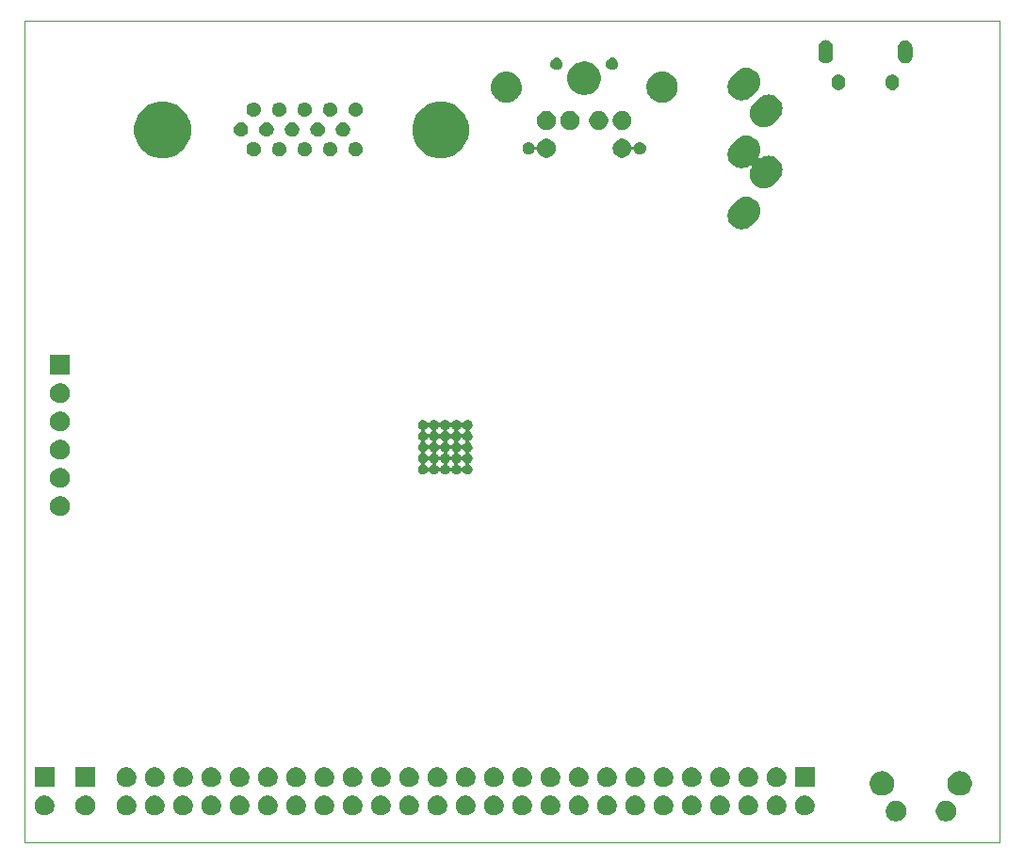
<source format=gbr>
G04 #@! TF.GenerationSoftware,KiCad,Pcbnew,(5.1.5)-3*
G04 #@! TF.CreationDate,2020-08-30T17:46:18+12:00*
G04 #@! TF.ProjectId,PocketTRS,506f636b-6574-4545-9253-2e6b69636164,rev?*
G04 #@! TF.SameCoordinates,Original*
G04 #@! TF.FileFunction,Soldermask,Bot*
G04 #@! TF.FilePolarity,Negative*
%FSLAX46Y46*%
G04 Gerber Fmt 4.6, Leading zero omitted, Abs format (unit mm)*
G04 Created by KiCad (PCBNEW (5.1.5)-3) date 2020-08-30 17:46:18*
%MOMM*%
%LPD*%
G04 APERTURE LIST*
%ADD10C,0.050000*%
%ADD11C,0.100000*%
G04 APERTURE END LIST*
D10*
X252730000Y-64770000D02*
X252730000Y-61976000D01*
X165100000Y-61976000D02*
X165100000Y-64770000D01*
X252730000Y-135890000D02*
X165100000Y-135890000D01*
X252730000Y-64770000D02*
X252730000Y-135890000D01*
X165100000Y-135890000D02*
X165100000Y-64770000D01*
X165100000Y-61976000D02*
X252730000Y-61976000D01*
D11*
G36*
X248174104Y-132205585D02*
G01*
X248342626Y-132275389D01*
X248494291Y-132376728D01*
X248623272Y-132505709D01*
X248724611Y-132657374D01*
X248794415Y-132825896D01*
X248830000Y-133004797D01*
X248830000Y-133187203D01*
X248794415Y-133366104D01*
X248724611Y-133534626D01*
X248623272Y-133686291D01*
X248494291Y-133815272D01*
X248342626Y-133916611D01*
X248174104Y-133986415D01*
X247995203Y-134022000D01*
X247812797Y-134022000D01*
X247633896Y-133986415D01*
X247465374Y-133916611D01*
X247313709Y-133815272D01*
X247184728Y-133686291D01*
X247083389Y-133534626D01*
X247013585Y-133366104D01*
X246978000Y-133187203D01*
X246978000Y-133004797D01*
X247013585Y-132825896D01*
X247083389Y-132657374D01*
X247184728Y-132505709D01*
X247313709Y-132376728D01*
X247465374Y-132275389D01*
X247633896Y-132205585D01*
X247812797Y-132170000D01*
X247995203Y-132170000D01*
X248174104Y-132205585D01*
G37*
G36*
X243674104Y-132205585D02*
G01*
X243842626Y-132275389D01*
X243994291Y-132376728D01*
X244123272Y-132505709D01*
X244224611Y-132657374D01*
X244294415Y-132825896D01*
X244330000Y-133004797D01*
X244330000Y-133187203D01*
X244294415Y-133366104D01*
X244224611Y-133534626D01*
X244123272Y-133686291D01*
X243994291Y-133815272D01*
X243842626Y-133916611D01*
X243674104Y-133986415D01*
X243495203Y-134022000D01*
X243312797Y-134022000D01*
X243133896Y-133986415D01*
X242965374Y-133916611D01*
X242813709Y-133815272D01*
X242684728Y-133686291D01*
X242583389Y-133534626D01*
X242513585Y-133366104D01*
X242478000Y-133187203D01*
X242478000Y-133004797D01*
X242513585Y-132825896D01*
X242583389Y-132657374D01*
X242684728Y-132505709D01*
X242813709Y-132376728D01*
X242965374Y-132275389D01*
X243133896Y-132205585D01*
X243312797Y-132170000D01*
X243495203Y-132170000D01*
X243674104Y-132205585D01*
G37*
G36*
X225157512Y-131691927D02*
G01*
X225306812Y-131721624D01*
X225470784Y-131789544D01*
X225618354Y-131888147D01*
X225743853Y-132013646D01*
X225842456Y-132161216D01*
X225910376Y-132325188D01*
X225945000Y-132499259D01*
X225945000Y-132676741D01*
X225910376Y-132850812D01*
X225842456Y-133014784D01*
X225743853Y-133162354D01*
X225618354Y-133287853D01*
X225470784Y-133386456D01*
X225306812Y-133454376D01*
X225157512Y-133484073D01*
X225132742Y-133489000D01*
X224955258Y-133489000D01*
X224930488Y-133484073D01*
X224781188Y-133454376D01*
X224617216Y-133386456D01*
X224469646Y-133287853D01*
X224344147Y-133162354D01*
X224245544Y-133014784D01*
X224177624Y-132850812D01*
X224143000Y-132676741D01*
X224143000Y-132499259D01*
X224177624Y-132325188D01*
X224245544Y-132161216D01*
X224344147Y-132013646D01*
X224469646Y-131888147D01*
X224617216Y-131789544D01*
X224781188Y-131721624D01*
X224930488Y-131691927D01*
X224955258Y-131687000D01*
X225132742Y-131687000D01*
X225157512Y-131691927D01*
G37*
G36*
X189597512Y-131691927D02*
G01*
X189746812Y-131721624D01*
X189910784Y-131789544D01*
X190058354Y-131888147D01*
X190183853Y-132013646D01*
X190282456Y-132161216D01*
X190350376Y-132325188D01*
X190385000Y-132499259D01*
X190385000Y-132676741D01*
X190350376Y-132850812D01*
X190282456Y-133014784D01*
X190183853Y-133162354D01*
X190058354Y-133287853D01*
X189910784Y-133386456D01*
X189746812Y-133454376D01*
X189597512Y-133484073D01*
X189572742Y-133489000D01*
X189395258Y-133489000D01*
X189370488Y-133484073D01*
X189221188Y-133454376D01*
X189057216Y-133386456D01*
X188909646Y-133287853D01*
X188784147Y-133162354D01*
X188685544Y-133014784D01*
X188617624Y-132850812D01*
X188583000Y-132676741D01*
X188583000Y-132499259D01*
X188617624Y-132325188D01*
X188685544Y-132161216D01*
X188784147Y-132013646D01*
X188909646Y-131888147D01*
X189057216Y-131789544D01*
X189221188Y-131721624D01*
X189370488Y-131691927D01*
X189395258Y-131687000D01*
X189572742Y-131687000D01*
X189597512Y-131691927D01*
G37*
G36*
X166991512Y-131691927D02*
G01*
X167140812Y-131721624D01*
X167304784Y-131789544D01*
X167452354Y-131888147D01*
X167577853Y-132013646D01*
X167676456Y-132161216D01*
X167744376Y-132325188D01*
X167779000Y-132499259D01*
X167779000Y-132676741D01*
X167744376Y-132850812D01*
X167676456Y-133014784D01*
X167577853Y-133162354D01*
X167452354Y-133287853D01*
X167304784Y-133386456D01*
X167140812Y-133454376D01*
X166991512Y-133484073D01*
X166966742Y-133489000D01*
X166789258Y-133489000D01*
X166764488Y-133484073D01*
X166615188Y-133454376D01*
X166451216Y-133386456D01*
X166303646Y-133287853D01*
X166178147Y-133162354D01*
X166079544Y-133014784D01*
X166011624Y-132850812D01*
X165977000Y-132676741D01*
X165977000Y-132499259D01*
X166011624Y-132325188D01*
X166079544Y-132161216D01*
X166178147Y-132013646D01*
X166303646Y-131888147D01*
X166451216Y-131789544D01*
X166615188Y-131721624D01*
X166764488Y-131691927D01*
X166789258Y-131687000D01*
X166966742Y-131687000D01*
X166991512Y-131691927D01*
G37*
G36*
X170674512Y-131691927D02*
G01*
X170823812Y-131721624D01*
X170987784Y-131789544D01*
X171135354Y-131888147D01*
X171260853Y-132013646D01*
X171359456Y-132161216D01*
X171427376Y-132325188D01*
X171462000Y-132499259D01*
X171462000Y-132676741D01*
X171427376Y-132850812D01*
X171359456Y-133014784D01*
X171260853Y-133162354D01*
X171135354Y-133287853D01*
X170987784Y-133386456D01*
X170823812Y-133454376D01*
X170674512Y-133484073D01*
X170649742Y-133489000D01*
X170472258Y-133489000D01*
X170447488Y-133484073D01*
X170298188Y-133454376D01*
X170134216Y-133386456D01*
X169986646Y-133287853D01*
X169861147Y-133162354D01*
X169762544Y-133014784D01*
X169694624Y-132850812D01*
X169660000Y-132676741D01*
X169660000Y-132499259D01*
X169694624Y-132325188D01*
X169762544Y-132161216D01*
X169861147Y-132013646D01*
X169986646Y-131888147D01*
X170134216Y-131789544D01*
X170298188Y-131721624D01*
X170447488Y-131691927D01*
X170472258Y-131687000D01*
X170649742Y-131687000D01*
X170674512Y-131691927D01*
G37*
G36*
X235317512Y-131691927D02*
G01*
X235466812Y-131721624D01*
X235630784Y-131789544D01*
X235778354Y-131888147D01*
X235903853Y-132013646D01*
X236002456Y-132161216D01*
X236070376Y-132325188D01*
X236105000Y-132499259D01*
X236105000Y-132676741D01*
X236070376Y-132850812D01*
X236002456Y-133014784D01*
X235903853Y-133162354D01*
X235778354Y-133287853D01*
X235630784Y-133386456D01*
X235466812Y-133454376D01*
X235317512Y-133484073D01*
X235292742Y-133489000D01*
X235115258Y-133489000D01*
X235090488Y-133484073D01*
X234941188Y-133454376D01*
X234777216Y-133386456D01*
X234629646Y-133287853D01*
X234504147Y-133162354D01*
X234405544Y-133014784D01*
X234337624Y-132850812D01*
X234303000Y-132676741D01*
X234303000Y-132499259D01*
X234337624Y-132325188D01*
X234405544Y-132161216D01*
X234504147Y-132013646D01*
X234629646Y-131888147D01*
X234777216Y-131789544D01*
X234941188Y-131721624D01*
X235090488Y-131691927D01*
X235115258Y-131687000D01*
X235292742Y-131687000D01*
X235317512Y-131691927D01*
G37*
G36*
X232777512Y-131691927D02*
G01*
X232926812Y-131721624D01*
X233090784Y-131789544D01*
X233238354Y-131888147D01*
X233363853Y-132013646D01*
X233462456Y-132161216D01*
X233530376Y-132325188D01*
X233565000Y-132499259D01*
X233565000Y-132676741D01*
X233530376Y-132850812D01*
X233462456Y-133014784D01*
X233363853Y-133162354D01*
X233238354Y-133287853D01*
X233090784Y-133386456D01*
X232926812Y-133454376D01*
X232777512Y-133484073D01*
X232752742Y-133489000D01*
X232575258Y-133489000D01*
X232550488Y-133484073D01*
X232401188Y-133454376D01*
X232237216Y-133386456D01*
X232089646Y-133287853D01*
X231964147Y-133162354D01*
X231865544Y-133014784D01*
X231797624Y-132850812D01*
X231763000Y-132676741D01*
X231763000Y-132499259D01*
X231797624Y-132325188D01*
X231865544Y-132161216D01*
X231964147Y-132013646D01*
X232089646Y-131888147D01*
X232237216Y-131789544D01*
X232401188Y-131721624D01*
X232550488Y-131691927D01*
X232575258Y-131687000D01*
X232752742Y-131687000D01*
X232777512Y-131691927D01*
G37*
G36*
X230237512Y-131691927D02*
G01*
X230386812Y-131721624D01*
X230550784Y-131789544D01*
X230698354Y-131888147D01*
X230823853Y-132013646D01*
X230922456Y-132161216D01*
X230990376Y-132325188D01*
X231025000Y-132499259D01*
X231025000Y-132676741D01*
X230990376Y-132850812D01*
X230922456Y-133014784D01*
X230823853Y-133162354D01*
X230698354Y-133287853D01*
X230550784Y-133386456D01*
X230386812Y-133454376D01*
X230237512Y-133484073D01*
X230212742Y-133489000D01*
X230035258Y-133489000D01*
X230010488Y-133484073D01*
X229861188Y-133454376D01*
X229697216Y-133386456D01*
X229549646Y-133287853D01*
X229424147Y-133162354D01*
X229325544Y-133014784D01*
X229257624Y-132850812D01*
X229223000Y-132676741D01*
X229223000Y-132499259D01*
X229257624Y-132325188D01*
X229325544Y-132161216D01*
X229424147Y-132013646D01*
X229549646Y-131888147D01*
X229697216Y-131789544D01*
X229861188Y-131721624D01*
X230010488Y-131691927D01*
X230035258Y-131687000D01*
X230212742Y-131687000D01*
X230237512Y-131691927D01*
G37*
G36*
X222617512Y-131691927D02*
G01*
X222766812Y-131721624D01*
X222930784Y-131789544D01*
X223078354Y-131888147D01*
X223203853Y-132013646D01*
X223302456Y-132161216D01*
X223370376Y-132325188D01*
X223405000Y-132499259D01*
X223405000Y-132676741D01*
X223370376Y-132850812D01*
X223302456Y-133014784D01*
X223203853Y-133162354D01*
X223078354Y-133287853D01*
X222930784Y-133386456D01*
X222766812Y-133454376D01*
X222617512Y-133484073D01*
X222592742Y-133489000D01*
X222415258Y-133489000D01*
X222390488Y-133484073D01*
X222241188Y-133454376D01*
X222077216Y-133386456D01*
X221929646Y-133287853D01*
X221804147Y-133162354D01*
X221705544Y-133014784D01*
X221637624Y-132850812D01*
X221603000Y-132676741D01*
X221603000Y-132499259D01*
X221637624Y-132325188D01*
X221705544Y-132161216D01*
X221804147Y-132013646D01*
X221929646Y-131888147D01*
X222077216Y-131789544D01*
X222241188Y-131721624D01*
X222390488Y-131691927D01*
X222415258Y-131687000D01*
X222592742Y-131687000D01*
X222617512Y-131691927D01*
G37*
G36*
X220077512Y-131691927D02*
G01*
X220226812Y-131721624D01*
X220390784Y-131789544D01*
X220538354Y-131888147D01*
X220663853Y-132013646D01*
X220762456Y-132161216D01*
X220830376Y-132325188D01*
X220865000Y-132499259D01*
X220865000Y-132676741D01*
X220830376Y-132850812D01*
X220762456Y-133014784D01*
X220663853Y-133162354D01*
X220538354Y-133287853D01*
X220390784Y-133386456D01*
X220226812Y-133454376D01*
X220077512Y-133484073D01*
X220052742Y-133489000D01*
X219875258Y-133489000D01*
X219850488Y-133484073D01*
X219701188Y-133454376D01*
X219537216Y-133386456D01*
X219389646Y-133287853D01*
X219264147Y-133162354D01*
X219165544Y-133014784D01*
X219097624Y-132850812D01*
X219063000Y-132676741D01*
X219063000Y-132499259D01*
X219097624Y-132325188D01*
X219165544Y-132161216D01*
X219264147Y-132013646D01*
X219389646Y-131888147D01*
X219537216Y-131789544D01*
X219701188Y-131721624D01*
X219850488Y-131691927D01*
X219875258Y-131687000D01*
X220052742Y-131687000D01*
X220077512Y-131691927D01*
G37*
G36*
X217537512Y-131691927D02*
G01*
X217686812Y-131721624D01*
X217850784Y-131789544D01*
X217998354Y-131888147D01*
X218123853Y-132013646D01*
X218222456Y-132161216D01*
X218290376Y-132325188D01*
X218325000Y-132499259D01*
X218325000Y-132676741D01*
X218290376Y-132850812D01*
X218222456Y-133014784D01*
X218123853Y-133162354D01*
X217998354Y-133287853D01*
X217850784Y-133386456D01*
X217686812Y-133454376D01*
X217537512Y-133484073D01*
X217512742Y-133489000D01*
X217335258Y-133489000D01*
X217310488Y-133484073D01*
X217161188Y-133454376D01*
X216997216Y-133386456D01*
X216849646Y-133287853D01*
X216724147Y-133162354D01*
X216625544Y-133014784D01*
X216557624Y-132850812D01*
X216523000Y-132676741D01*
X216523000Y-132499259D01*
X216557624Y-132325188D01*
X216625544Y-132161216D01*
X216724147Y-132013646D01*
X216849646Y-131888147D01*
X216997216Y-131789544D01*
X217161188Y-131721624D01*
X217310488Y-131691927D01*
X217335258Y-131687000D01*
X217512742Y-131687000D01*
X217537512Y-131691927D01*
G37*
G36*
X214997512Y-131691927D02*
G01*
X215146812Y-131721624D01*
X215310784Y-131789544D01*
X215458354Y-131888147D01*
X215583853Y-132013646D01*
X215682456Y-132161216D01*
X215750376Y-132325188D01*
X215785000Y-132499259D01*
X215785000Y-132676741D01*
X215750376Y-132850812D01*
X215682456Y-133014784D01*
X215583853Y-133162354D01*
X215458354Y-133287853D01*
X215310784Y-133386456D01*
X215146812Y-133454376D01*
X214997512Y-133484073D01*
X214972742Y-133489000D01*
X214795258Y-133489000D01*
X214770488Y-133484073D01*
X214621188Y-133454376D01*
X214457216Y-133386456D01*
X214309646Y-133287853D01*
X214184147Y-133162354D01*
X214085544Y-133014784D01*
X214017624Y-132850812D01*
X213983000Y-132676741D01*
X213983000Y-132499259D01*
X214017624Y-132325188D01*
X214085544Y-132161216D01*
X214184147Y-132013646D01*
X214309646Y-131888147D01*
X214457216Y-131789544D01*
X214621188Y-131721624D01*
X214770488Y-131691927D01*
X214795258Y-131687000D01*
X214972742Y-131687000D01*
X214997512Y-131691927D01*
G37*
G36*
X227697512Y-131691927D02*
G01*
X227846812Y-131721624D01*
X228010784Y-131789544D01*
X228158354Y-131888147D01*
X228283853Y-132013646D01*
X228382456Y-132161216D01*
X228450376Y-132325188D01*
X228485000Y-132499259D01*
X228485000Y-132676741D01*
X228450376Y-132850812D01*
X228382456Y-133014784D01*
X228283853Y-133162354D01*
X228158354Y-133287853D01*
X228010784Y-133386456D01*
X227846812Y-133454376D01*
X227697512Y-133484073D01*
X227672742Y-133489000D01*
X227495258Y-133489000D01*
X227470488Y-133484073D01*
X227321188Y-133454376D01*
X227157216Y-133386456D01*
X227009646Y-133287853D01*
X226884147Y-133162354D01*
X226785544Y-133014784D01*
X226717624Y-132850812D01*
X226683000Y-132676741D01*
X226683000Y-132499259D01*
X226717624Y-132325188D01*
X226785544Y-132161216D01*
X226884147Y-132013646D01*
X227009646Y-131888147D01*
X227157216Y-131789544D01*
X227321188Y-131721624D01*
X227470488Y-131691927D01*
X227495258Y-131687000D01*
X227672742Y-131687000D01*
X227697512Y-131691927D01*
G37*
G36*
X209917512Y-131691927D02*
G01*
X210066812Y-131721624D01*
X210230784Y-131789544D01*
X210378354Y-131888147D01*
X210503853Y-132013646D01*
X210602456Y-132161216D01*
X210670376Y-132325188D01*
X210705000Y-132499259D01*
X210705000Y-132676741D01*
X210670376Y-132850812D01*
X210602456Y-133014784D01*
X210503853Y-133162354D01*
X210378354Y-133287853D01*
X210230784Y-133386456D01*
X210066812Y-133454376D01*
X209917512Y-133484073D01*
X209892742Y-133489000D01*
X209715258Y-133489000D01*
X209690488Y-133484073D01*
X209541188Y-133454376D01*
X209377216Y-133386456D01*
X209229646Y-133287853D01*
X209104147Y-133162354D01*
X209005544Y-133014784D01*
X208937624Y-132850812D01*
X208903000Y-132676741D01*
X208903000Y-132499259D01*
X208937624Y-132325188D01*
X209005544Y-132161216D01*
X209104147Y-132013646D01*
X209229646Y-131888147D01*
X209377216Y-131789544D01*
X209541188Y-131721624D01*
X209690488Y-131691927D01*
X209715258Y-131687000D01*
X209892742Y-131687000D01*
X209917512Y-131691927D01*
G37*
G36*
X204837512Y-131691927D02*
G01*
X204986812Y-131721624D01*
X205150784Y-131789544D01*
X205298354Y-131888147D01*
X205423853Y-132013646D01*
X205522456Y-132161216D01*
X205590376Y-132325188D01*
X205625000Y-132499259D01*
X205625000Y-132676741D01*
X205590376Y-132850812D01*
X205522456Y-133014784D01*
X205423853Y-133162354D01*
X205298354Y-133287853D01*
X205150784Y-133386456D01*
X204986812Y-133454376D01*
X204837512Y-133484073D01*
X204812742Y-133489000D01*
X204635258Y-133489000D01*
X204610488Y-133484073D01*
X204461188Y-133454376D01*
X204297216Y-133386456D01*
X204149646Y-133287853D01*
X204024147Y-133162354D01*
X203925544Y-133014784D01*
X203857624Y-132850812D01*
X203823000Y-132676741D01*
X203823000Y-132499259D01*
X203857624Y-132325188D01*
X203925544Y-132161216D01*
X204024147Y-132013646D01*
X204149646Y-131888147D01*
X204297216Y-131789544D01*
X204461188Y-131721624D01*
X204610488Y-131691927D01*
X204635258Y-131687000D01*
X204812742Y-131687000D01*
X204837512Y-131691927D01*
G37*
G36*
X202297512Y-131691927D02*
G01*
X202446812Y-131721624D01*
X202610784Y-131789544D01*
X202758354Y-131888147D01*
X202883853Y-132013646D01*
X202982456Y-132161216D01*
X203050376Y-132325188D01*
X203085000Y-132499259D01*
X203085000Y-132676741D01*
X203050376Y-132850812D01*
X202982456Y-133014784D01*
X202883853Y-133162354D01*
X202758354Y-133287853D01*
X202610784Y-133386456D01*
X202446812Y-133454376D01*
X202297512Y-133484073D01*
X202272742Y-133489000D01*
X202095258Y-133489000D01*
X202070488Y-133484073D01*
X201921188Y-133454376D01*
X201757216Y-133386456D01*
X201609646Y-133287853D01*
X201484147Y-133162354D01*
X201385544Y-133014784D01*
X201317624Y-132850812D01*
X201283000Y-132676741D01*
X201283000Y-132499259D01*
X201317624Y-132325188D01*
X201385544Y-132161216D01*
X201484147Y-132013646D01*
X201609646Y-131888147D01*
X201757216Y-131789544D01*
X201921188Y-131721624D01*
X202070488Y-131691927D01*
X202095258Y-131687000D01*
X202272742Y-131687000D01*
X202297512Y-131691927D01*
G37*
G36*
X199757512Y-131691927D02*
G01*
X199906812Y-131721624D01*
X200070784Y-131789544D01*
X200218354Y-131888147D01*
X200343853Y-132013646D01*
X200442456Y-132161216D01*
X200510376Y-132325188D01*
X200545000Y-132499259D01*
X200545000Y-132676741D01*
X200510376Y-132850812D01*
X200442456Y-133014784D01*
X200343853Y-133162354D01*
X200218354Y-133287853D01*
X200070784Y-133386456D01*
X199906812Y-133454376D01*
X199757512Y-133484073D01*
X199732742Y-133489000D01*
X199555258Y-133489000D01*
X199530488Y-133484073D01*
X199381188Y-133454376D01*
X199217216Y-133386456D01*
X199069646Y-133287853D01*
X198944147Y-133162354D01*
X198845544Y-133014784D01*
X198777624Y-132850812D01*
X198743000Y-132676741D01*
X198743000Y-132499259D01*
X198777624Y-132325188D01*
X198845544Y-132161216D01*
X198944147Y-132013646D01*
X199069646Y-131888147D01*
X199217216Y-131789544D01*
X199381188Y-131721624D01*
X199530488Y-131691927D01*
X199555258Y-131687000D01*
X199732742Y-131687000D01*
X199757512Y-131691927D01*
G37*
G36*
X197217512Y-131691927D02*
G01*
X197366812Y-131721624D01*
X197530784Y-131789544D01*
X197678354Y-131888147D01*
X197803853Y-132013646D01*
X197902456Y-132161216D01*
X197970376Y-132325188D01*
X198005000Y-132499259D01*
X198005000Y-132676741D01*
X197970376Y-132850812D01*
X197902456Y-133014784D01*
X197803853Y-133162354D01*
X197678354Y-133287853D01*
X197530784Y-133386456D01*
X197366812Y-133454376D01*
X197217512Y-133484073D01*
X197192742Y-133489000D01*
X197015258Y-133489000D01*
X196990488Y-133484073D01*
X196841188Y-133454376D01*
X196677216Y-133386456D01*
X196529646Y-133287853D01*
X196404147Y-133162354D01*
X196305544Y-133014784D01*
X196237624Y-132850812D01*
X196203000Y-132676741D01*
X196203000Y-132499259D01*
X196237624Y-132325188D01*
X196305544Y-132161216D01*
X196404147Y-132013646D01*
X196529646Y-131888147D01*
X196677216Y-131789544D01*
X196841188Y-131721624D01*
X196990488Y-131691927D01*
X197015258Y-131687000D01*
X197192742Y-131687000D01*
X197217512Y-131691927D01*
G37*
G36*
X194677512Y-131691927D02*
G01*
X194826812Y-131721624D01*
X194990784Y-131789544D01*
X195138354Y-131888147D01*
X195263853Y-132013646D01*
X195362456Y-132161216D01*
X195430376Y-132325188D01*
X195465000Y-132499259D01*
X195465000Y-132676741D01*
X195430376Y-132850812D01*
X195362456Y-133014784D01*
X195263853Y-133162354D01*
X195138354Y-133287853D01*
X194990784Y-133386456D01*
X194826812Y-133454376D01*
X194677512Y-133484073D01*
X194652742Y-133489000D01*
X194475258Y-133489000D01*
X194450488Y-133484073D01*
X194301188Y-133454376D01*
X194137216Y-133386456D01*
X193989646Y-133287853D01*
X193864147Y-133162354D01*
X193765544Y-133014784D01*
X193697624Y-132850812D01*
X193663000Y-132676741D01*
X193663000Y-132499259D01*
X193697624Y-132325188D01*
X193765544Y-132161216D01*
X193864147Y-132013646D01*
X193989646Y-131888147D01*
X194137216Y-131789544D01*
X194301188Y-131721624D01*
X194450488Y-131691927D01*
X194475258Y-131687000D01*
X194652742Y-131687000D01*
X194677512Y-131691927D01*
G37*
G36*
X192137512Y-131691927D02*
G01*
X192286812Y-131721624D01*
X192450784Y-131789544D01*
X192598354Y-131888147D01*
X192723853Y-132013646D01*
X192822456Y-132161216D01*
X192890376Y-132325188D01*
X192925000Y-132499259D01*
X192925000Y-132676741D01*
X192890376Y-132850812D01*
X192822456Y-133014784D01*
X192723853Y-133162354D01*
X192598354Y-133287853D01*
X192450784Y-133386456D01*
X192286812Y-133454376D01*
X192137512Y-133484073D01*
X192112742Y-133489000D01*
X191935258Y-133489000D01*
X191910488Y-133484073D01*
X191761188Y-133454376D01*
X191597216Y-133386456D01*
X191449646Y-133287853D01*
X191324147Y-133162354D01*
X191225544Y-133014784D01*
X191157624Y-132850812D01*
X191123000Y-132676741D01*
X191123000Y-132499259D01*
X191157624Y-132325188D01*
X191225544Y-132161216D01*
X191324147Y-132013646D01*
X191449646Y-131888147D01*
X191597216Y-131789544D01*
X191761188Y-131721624D01*
X191910488Y-131691927D01*
X191935258Y-131687000D01*
X192112742Y-131687000D01*
X192137512Y-131691927D01*
G37*
G36*
X212457512Y-131691927D02*
G01*
X212606812Y-131721624D01*
X212770784Y-131789544D01*
X212918354Y-131888147D01*
X213043853Y-132013646D01*
X213142456Y-132161216D01*
X213210376Y-132325188D01*
X213245000Y-132499259D01*
X213245000Y-132676741D01*
X213210376Y-132850812D01*
X213142456Y-133014784D01*
X213043853Y-133162354D01*
X212918354Y-133287853D01*
X212770784Y-133386456D01*
X212606812Y-133454376D01*
X212457512Y-133484073D01*
X212432742Y-133489000D01*
X212255258Y-133489000D01*
X212230488Y-133484073D01*
X212081188Y-133454376D01*
X211917216Y-133386456D01*
X211769646Y-133287853D01*
X211644147Y-133162354D01*
X211545544Y-133014784D01*
X211477624Y-132850812D01*
X211443000Y-132676741D01*
X211443000Y-132499259D01*
X211477624Y-132325188D01*
X211545544Y-132161216D01*
X211644147Y-132013646D01*
X211769646Y-131888147D01*
X211917216Y-131789544D01*
X212081188Y-131721624D01*
X212230488Y-131691927D01*
X212255258Y-131687000D01*
X212432742Y-131687000D01*
X212457512Y-131691927D01*
G37*
G36*
X174357512Y-131691927D02*
G01*
X174506812Y-131721624D01*
X174670784Y-131789544D01*
X174818354Y-131888147D01*
X174943853Y-132013646D01*
X175042456Y-132161216D01*
X175110376Y-132325188D01*
X175145000Y-132499259D01*
X175145000Y-132676741D01*
X175110376Y-132850812D01*
X175042456Y-133014784D01*
X174943853Y-133162354D01*
X174818354Y-133287853D01*
X174670784Y-133386456D01*
X174506812Y-133454376D01*
X174357512Y-133484073D01*
X174332742Y-133489000D01*
X174155258Y-133489000D01*
X174130488Y-133484073D01*
X173981188Y-133454376D01*
X173817216Y-133386456D01*
X173669646Y-133287853D01*
X173544147Y-133162354D01*
X173445544Y-133014784D01*
X173377624Y-132850812D01*
X173343000Y-132676741D01*
X173343000Y-132499259D01*
X173377624Y-132325188D01*
X173445544Y-132161216D01*
X173544147Y-132013646D01*
X173669646Y-131888147D01*
X173817216Y-131789544D01*
X173981188Y-131721624D01*
X174130488Y-131691927D01*
X174155258Y-131687000D01*
X174332742Y-131687000D01*
X174357512Y-131691927D01*
G37*
G36*
X176897512Y-131691927D02*
G01*
X177046812Y-131721624D01*
X177210784Y-131789544D01*
X177358354Y-131888147D01*
X177483853Y-132013646D01*
X177582456Y-132161216D01*
X177650376Y-132325188D01*
X177685000Y-132499259D01*
X177685000Y-132676741D01*
X177650376Y-132850812D01*
X177582456Y-133014784D01*
X177483853Y-133162354D01*
X177358354Y-133287853D01*
X177210784Y-133386456D01*
X177046812Y-133454376D01*
X176897512Y-133484073D01*
X176872742Y-133489000D01*
X176695258Y-133489000D01*
X176670488Y-133484073D01*
X176521188Y-133454376D01*
X176357216Y-133386456D01*
X176209646Y-133287853D01*
X176084147Y-133162354D01*
X175985544Y-133014784D01*
X175917624Y-132850812D01*
X175883000Y-132676741D01*
X175883000Y-132499259D01*
X175917624Y-132325188D01*
X175985544Y-132161216D01*
X176084147Y-132013646D01*
X176209646Y-131888147D01*
X176357216Y-131789544D01*
X176521188Y-131721624D01*
X176670488Y-131691927D01*
X176695258Y-131687000D01*
X176872742Y-131687000D01*
X176897512Y-131691927D01*
G37*
G36*
X179437512Y-131691927D02*
G01*
X179586812Y-131721624D01*
X179750784Y-131789544D01*
X179898354Y-131888147D01*
X180023853Y-132013646D01*
X180122456Y-132161216D01*
X180190376Y-132325188D01*
X180225000Y-132499259D01*
X180225000Y-132676741D01*
X180190376Y-132850812D01*
X180122456Y-133014784D01*
X180023853Y-133162354D01*
X179898354Y-133287853D01*
X179750784Y-133386456D01*
X179586812Y-133454376D01*
X179437512Y-133484073D01*
X179412742Y-133489000D01*
X179235258Y-133489000D01*
X179210488Y-133484073D01*
X179061188Y-133454376D01*
X178897216Y-133386456D01*
X178749646Y-133287853D01*
X178624147Y-133162354D01*
X178525544Y-133014784D01*
X178457624Y-132850812D01*
X178423000Y-132676741D01*
X178423000Y-132499259D01*
X178457624Y-132325188D01*
X178525544Y-132161216D01*
X178624147Y-132013646D01*
X178749646Y-131888147D01*
X178897216Y-131789544D01*
X179061188Y-131721624D01*
X179210488Y-131691927D01*
X179235258Y-131687000D01*
X179412742Y-131687000D01*
X179437512Y-131691927D01*
G37*
G36*
X181977512Y-131691927D02*
G01*
X182126812Y-131721624D01*
X182290784Y-131789544D01*
X182438354Y-131888147D01*
X182563853Y-132013646D01*
X182662456Y-132161216D01*
X182730376Y-132325188D01*
X182765000Y-132499259D01*
X182765000Y-132676741D01*
X182730376Y-132850812D01*
X182662456Y-133014784D01*
X182563853Y-133162354D01*
X182438354Y-133287853D01*
X182290784Y-133386456D01*
X182126812Y-133454376D01*
X181977512Y-133484073D01*
X181952742Y-133489000D01*
X181775258Y-133489000D01*
X181750488Y-133484073D01*
X181601188Y-133454376D01*
X181437216Y-133386456D01*
X181289646Y-133287853D01*
X181164147Y-133162354D01*
X181065544Y-133014784D01*
X180997624Y-132850812D01*
X180963000Y-132676741D01*
X180963000Y-132499259D01*
X180997624Y-132325188D01*
X181065544Y-132161216D01*
X181164147Y-132013646D01*
X181289646Y-131888147D01*
X181437216Y-131789544D01*
X181601188Y-131721624D01*
X181750488Y-131691927D01*
X181775258Y-131687000D01*
X181952742Y-131687000D01*
X181977512Y-131691927D01*
G37*
G36*
X184517512Y-131691927D02*
G01*
X184666812Y-131721624D01*
X184830784Y-131789544D01*
X184978354Y-131888147D01*
X185103853Y-132013646D01*
X185202456Y-132161216D01*
X185270376Y-132325188D01*
X185305000Y-132499259D01*
X185305000Y-132676741D01*
X185270376Y-132850812D01*
X185202456Y-133014784D01*
X185103853Y-133162354D01*
X184978354Y-133287853D01*
X184830784Y-133386456D01*
X184666812Y-133454376D01*
X184517512Y-133484073D01*
X184492742Y-133489000D01*
X184315258Y-133489000D01*
X184290488Y-133484073D01*
X184141188Y-133454376D01*
X183977216Y-133386456D01*
X183829646Y-133287853D01*
X183704147Y-133162354D01*
X183605544Y-133014784D01*
X183537624Y-132850812D01*
X183503000Y-132676741D01*
X183503000Y-132499259D01*
X183537624Y-132325188D01*
X183605544Y-132161216D01*
X183704147Y-132013646D01*
X183829646Y-131888147D01*
X183977216Y-131789544D01*
X184141188Y-131721624D01*
X184290488Y-131691927D01*
X184315258Y-131687000D01*
X184492742Y-131687000D01*
X184517512Y-131691927D01*
G37*
G36*
X187057512Y-131691927D02*
G01*
X187206812Y-131721624D01*
X187370784Y-131789544D01*
X187518354Y-131888147D01*
X187643853Y-132013646D01*
X187742456Y-132161216D01*
X187810376Y-132325188D01*
X187845000Y-132499259D01*
X187845000Y-132676741D01*
X187810376Y-132850812D01*
X187742456Y-133014784D01*
X187643853Y-133162354D01*
X187518354Y-133287853D01*
X187370784Y-133386456D01*
X187206812Y-133454376D01*
X187057512Y-133484073D01*
X187032742Y-133489000D01*
X186855258Y-133489000D01*
X186830488Y-133484073D01*
X186681188Y-133454376D01*
X186517216Y-133386456D01*
X186369646Y-133287853D01*
X186244147Y-133162354D01*
X186145544Y-133014784D01*
X186077624Y-132850812D01*
X186043000Y-132676741D01*
X186043000Y-132499259D01*
X186077624Y-132325188D01*
X186145544Y-132161216D01*
X186244147Y-132013646D01*
X186369646Y-131888147D01*
X186517216Y-131789544D01*
X186681188Y-131721624D01*
X186830488Y-131691927D01*
X186855258Y-131687000D01*
X187032742Y-131687000D01*
X187057512Y-131691927D01*
G37*
G36*
X207377512Y-131691927D02*
G01*
X207526812Y-131721624D01*
X207690784Y-131789544D01*
X207838354Y-131888147D01*
X207963853Y-132013646D01*
X208062456Y-132161216D01*
X208130376Y-132325188D01*
X208165000Y-132499259D01*
X208165000Y-132676741D01*
X208130376Y-132850812D01*
X208062456Y-133014784D01*
X207963853Y-133162354D01*
X207838354Y-133287853D01*
X207690784Y-133386456D01*
X207526812Y-133454376D01*
X207377512Y-133484073D01*
X207352742Y-133489000D01*
X207175258Y-133489000D01*
X207150488Y-133484073D01*
X207001188Y-133454376D01*
X206837216Y-133386456D01*
X206689646Y-133287853D01*
X206564147Y-133162354D01*
X206465544Y-133014784D01*
X206397624Y-132850812D01*
X206363000Y-132676741D01*
X206363000Y-132499259D01*
X206397624Y-132325188D01*
X206465544Y-132161216D01*
X206564147Y-132013646D01*
X206689646Y-131888147D01*
X206837216Y-131789544D01*
X207001188Y-131721624D01*
X207150488Y-131691927D01*
X207175258Y-131687000D01*
X207352742Y-131687000D01*
X207377512Y-131691927D01*
G37*
G36*
X242358794Y-129526155D02*
G01*
X242465150Y-129547311D01*
X242565334Y-129588809D01*
X242665520Y-129630307D01*
X242845844Y-129750795D01*
X242999205Y-129904156D01*
X243119693Y-130084480D01*
X243202689Y-130284851D01*
X243245000Y-130497560D01*
X243245000Y-130714440D01*
X243202689Y-130927149D01*
X243119693Y-131127520D01*
X242999205Y-131307844D01*
X242845844Y-131461205D01*
X242665520Y-131581693D01*
X242465150Y-131664689D01*
X242358795Y-131685844D01*
X242252440Y-131707000D01*
X242035560Y-131707000D01*
X241929205Y-131685844D01*
X241822850Y-131664689D01*
X241622480Y-131581693D01*
X241442156Y-131461205D01*
X241288795Y-131307844D01*
X241168307Y-131127520D01*
X241085311Y-130927149D01*
X241043000Y-130714440D01*
X241043000Y-130497560D01*
X241085311Y-130284851D01*
X241168307Y-130084480D01*
X241288795Y-129904156D01*
X241442156Y-129750795D01*
X241622480Y-129630307D01*
X241722666Y-129588809D01*
X241822850Y-129547311D01*
X241929206Y-129526155D01*
X242035560Y-129505000D01*
X242252440Y-129505000D01*
X242358794Y-129526155D01*
G37*
G36*
X249368794Y-129526155D02*
G01*
X249475150Y-129547311D01*
X249575334Y-129588809D01*
X249675520Y-129630307D01*
X249855844Y-129750795D01*
X250009205Y-129904156D01*
X250129693Y-130084480D01*
X250212689Y-130284851D01*
X250255000Y-130497560D01*
X250255000Y-130714440D01*
X250212689Y-130927149D01*
X250129693Y-131127520D01*
X250009205Y-131307844D01*
X249855844Y-131461205D01*
X249675520Y-131581693D01*
X249475150Y-131664689D01*
X249368795Y-131685844D01*
X249262440Y-131707000D01*
X249045560Y-131707000D01*
X248939205Y-131685844D01*
X248832850Y-131664689D01*
X248632480Y-131581693D01*
X248452156Y-131461205D01*
X248298795Y-131307844D01*
X248178307Y-131127520D01*
X248095311Y-130927149D01*
X248053000Y-130714440D01*
X248053000Y-130497560D01*
X248095311Y-130284851D01*
X248178307Y-130084480D01*
X248298795Y-129904156D01*
X248452156Y-129750795D01*
X248632480Y-129630307D01*
X248732666Y-129588809D01*
X248832850Y-129547311D01*
X248939206Y-129526155D01*
X249045560Y-129505000D01*
X249262440Y-129505000D01*
X249368794Y-129526155D01*
G37*
G36*
X189597512Y-129151927D02*
G01*
X189746812Y-129181624D01*
X189910784Y-129249544D01*
X190058354Y-129348147D01*
X190183853Y-129473646D01*
X190282456Y-129621216D01*
X190350376Y-129785188D01*
X190385000Y-129959259D01*
X190385000Y-130136741D01*
X190350376Y-130310812D01*
X190282456Y-130474784D01*
X190183853Y-130622354D01*
X190058354Y-130747853D01*
X189910784Y-130846456D01*
X189746812Y-130914376D01*
X189597512Y-130944073D01*
X189572742Y-130949000D01*
X189395258Y-130949000D01*
X189370488Y-130944073D01*
X189221188Y-130914376D01*
X189057216Y-130846456D01*
X188909646Y-130747853D01*
X188784147Y-130622354D01*
X188685544Y-130474784D01*
X188617624Y-130310812D01*
X188583000Y-130136741D01*
X188583000Y-129959259D01*
X188617624Y-129785188D01*
X188685544Y-129621216D01*
X188784147Y-129473646D01*
X188909646Y-129348147D01*
X189057216Y-129249544D01*
X189221188Y-129181624D01*
X189370488Y-129151927D01*
X189395258Y-129147000D01*
X189572742Y-129147000D01*
X189597512Y-129151927D01*
G37*
G36*
X199757512Y-129151927D02*
G01*
X199906812Y-129181624D01*
X200070784Y-129249544D01*
X200218354Y-129348147D01*
X200343853Y-129473646D01*
X200442456Y-129621216D01*
X200510376Y-129785188D01*
X200545000Y-129959259D01*
X200545000Y-130136741D01*
X200510376Y-130310812D01*
X200442456Y-130474784D01*
X200343853Y-130622354D01*
X200218354Y-130747853D01*
X200070784Y-130846456D01*
X199906812Y-130914376D01*
X199757512Y-130944073D01*
X199732742Y-130949000D01*
X199555258Y-130949000D01*
X199530488Y-130944073D01*
X199381188Y-130914376D01*
X199217216Y-130846456D01*
X199069646Y-130747853D01*
X198944147Y-130622354D01*
X198845544Y-130474784D01*
X198777624Y-130310812D01*
X198743000Y-130136741D01*
X198743000Y-129959259D01*
X198777624Y-129785188D01*
X198845544Y-129621216D01*
X198944147Y-129473646D01*
X199069646Y-129348147D01*
X199217216Y-129249544D01*
X199381188Y-129181624D01*
X199530488Y-129151927D01*
X199555258Y-129147000D01*
X199732742Y-129147000D01*
X199757512Y-129151927D01*
G37*
G36*
X197217512Y-129151927D02*
G01*
X197366812Y-129181624D01*
X197530784Y-129249544D01*
X197678354Y-129348147D01*
X197803853Y-129473646D01*
X197902456Y-129621216D01*
X197970376Y-129785188D01*
X198005000Y-129959259D01*
X198005000Y-130136741D01*
X197970376Y-130310812D01*
X197902456Y-130474784D01*
X197803853Y-130622354D01*
X197678354Y-130747853D01*
X197530784Y-130846456D01*
X197366812Y-130914376D01*
X197217512Y-130944073D01*
X197192742Y-130949000D01*
X197015258Y-130949000D01*
X196990488Y-130944073D01*
X196841188Y-130914376D01*
X196677216Y-130846456D01*
X196529646Y-130747853D01*
X196404147Y-130622354D01*
X196305544Y-130474784D01*
X196237624Y-130310812D01*
X196203000Y-130136741D01*
X196203000Y-129959259D01*
X196237624Y-129785188D01*
X196305544Y-129621216D01*
X196404147Y-129473646D01*
X196529646Y-129348147D01*
X196677216Y-129249544D01*
X196841188Y-129181624D01*
X196990488Y-129151927D01*
X197015258Y-129147000D01*
X197192742Y-129147000D01*
X197217512Y-129151927D01*
G37*
G36*
X202297512Y-129151927D02*
G01*
X202446812Y-129181624D01*
X202610784Y-129249544D01*
X202758354Y-129348147D01*
X202883853Y-129473646D01*
X202982456Y-129621216D01*
X203050376Y-129785188D01*
X203085000Y-129959259D01*
X203085000Y-130136741D01*
X203050376Y-130310812D01*
X202982456Y-130474784D01*
X202883853Y-130622354D01*
X202758354Y-130747853D01*
X202610784Y-130846456D01*
X202446812Y-130914376D01*
X202297512Y-130944073D01*
X202272742Y-130949000D01*
X202095258Y-130949000D01*
X202070488Y-130944073D01*
X201921188Y-130914376D01*
X201757216Y-130846456D01*
X201609646Y-130747853D01*
X201484147Y-130622354D01*
X201385544Y-130474784D01*
X201317624Y-130310812D01*
X201283000Y-130136741D01*
X201283000Y-129959259D01*
X201317624Y-129785188D01*
X201385544Y-129621216D01*
X201484147Y-129473646D01*
X201609646Y-129348147D01*
X201757216Y-129249544D01*
X201921188Y-129181624D01*
X202070488Y-129151927D01*
X202095258Y-129147000D01*
X202272742Y-129147000D01*
X202297512Y-129151927D01*
G37*
G36*
X204837512Y-129151927D02*
G01*
X204986812Y-129181624D01*
X205150784Y-129249544D01*
X205298354Y-129348147D01*
X205423853Y-129473646D01*
X205522456Y-129621216D01*
X205590376Y-129785188D01*
X205625000Y-129959259D01*
X205625000Y-130136741D01*
X205590376Y-130310812D01*
X205522456Y-130474784D01*
X205423853Y-130622354D01*
X205298354Y-130747853D01*
X205150784Y-130846456D01*
X204986812Y-130914376D01*
X204837512Y-130944073D01*
X204812742Y-130949000D01*
X204635258Y-130949000D01*
X204610488Y-130944073D01*
X204461188Y-130914376D01*
X204297216Y-130846456D01*
X204149646Y-130747853D01*
X204024147Y-130622354D01*
X203925544Y-130474784D01*
X203857624Y-130310812D01*
X203823000Y-130136741D01*
X203823000Y-129959259D01*
X203857624Y-129785188D01*
X203925544Y-129621216D01*
X204024147Y-129473646D01*
X204149646Y-129348147D01*
X204297216Y-129249544D01*
X204461188Y-129181624D01*
X204610488Y-129151927D01*
X204635258Y-129147000D01*
X204812742Y-129147000D01*
X204837512Y-129151927D01*
G37*
G36*
X194677512Y-129151927D02*
G01*
X194826812Y-129181624D01*
X194990784Y-129249544D01*
X195138354Y-129348147D01*
X195263853Y-129473646D01*
X195362456Y-129621216D01*
X195430376Y-129785188D01*
X195465000Y-129959259D01*
X195465000Y-130136741D01*
X195430376Y-130310812D01*
X195362456Y-130474784D01*
X195263853Y-130622354D01*
X195138354Y-130747853D01*
X194990784Y-130846456D01*
X194826812Y-130914376D01*
X194677512Y-130944073D01*
X194652742Y-130949000D01*
X194475258Y-130949000D01*
X194450488Y-130944073D01*
X194301188Y-130914376D01*
X194137216Y-130846456D01*
X193989646Y-130747853D01*
X193864147Y-130622354D01*
X193765544Y-130474784D01*
X193697624Y-130310812D01*
X193663000Y-130136741D01*
X193663000Y-129959259D01*
X193697624Y-129785188D01*
X193765544Y-129621216D01*
X193864147Y-129473646D01*
X193989646Y-129348147D01*
X194137216Y-129249544D01*
X194301188Y-129181624D01*
X194450488Y-129151927D01*
X194475258Y-129147000D01*
X194652742Y-129147000D01*
X194677512Y-129151927D01*
G37*
G36*
X207377512Y-129151927D02*
G01*
X207526812Y-129181624D01*
X207690784Y-129249544D01*
X207838354Y-129348147D01*
X207963853Y-129473646D01*
X208062456Y-129621216D01*
X208130376Y-129785188D01*
X208165000Y-129959259D01*
X208165000Y-130136741D01*
X208130376Y-130310812D01*
X208062456Y-130474784D01*
X207963853Y-130622354D01*
X207838354Y-130747853D01*
X207690784Y-130846456D01*
X207526812Y-130914376D01*
X207377512Y-130944073D01*
X207352742Y-130949000D01*
X207175258Y-130949000D01*
X207150488Y-130944073D01*
X207001188Y-130914376D01*
X206837216Y-130846456D01*
X206689646Y-130747853D01*
X206564147Y-130622354D01*
X206465544Y-130474784D01*
X206397624Y-130310812D01*
X206363000Y-130136741D01*
X206363000Y-129959259D01*
X206397624Y-129785188D01*
X206465544Y-129621216D01*
X206564147Y-129473646D01*
X206689646Y-129348147D01*
X206837216Y-129249544D01*
X207001188Y-129181624D01*
X207150488Y-129151927D01*
X207175258Y-129147000D01*
X207352742Y-129147000D01*
X207377512Y-129151927D01*
G37*
G36*
X209917512Y-129151927D02*
G01*
X210066812Y-129181624D01*
X210230784Y-129249544D01*
X210378354Y-129348147D01*
X210503853Y-129473646D01*
X210602456Y-129621216D01*
X210670376Y-129785188D01*
X210705000Y-129959259D01*
X210705000Y-130136741D01*
X210670376Y-130310812D01*
X210602456Y-130474784D01*
X210503853Y-130622354D01*
X210378354Y-130747853D01*
X210230784Y-130846456D01*
X210066812Y-130914376D01*
X209917512Y-130944073D01*
X209892742Y-130949000D01*
X209715258Y-130949000D01*
X209690488Y-130944073D01*
X209541188Y-130914376D01*
X209377216Y-130846456D01*
X209229646Y-130747853D01*
X209104147Y-130622354D01*
X209005544Y-130474784D01*
X208937624Y-130310812D01*
X208903000Y-130136741D01*
X208903000Y-129959259D01*
X208937624Y-129785188D01*
X209005544Y-129621216D01*
X209104147Y-129473646D01*
X209229646Y-129348147D01*
X209377216Y-129249544D01*
X209541188Y-129181624D01*
X209690488Y-129151927D01*
X209715258Y-129147000D01*
X209892742Y-129147000D01*
X209917512Y-129151927D01*
G37*
G36*
X192137512Y-129151927D02*
G01*
X192286812Y-129181624D01*
X192450784Y-129249544D01*
X192598354Y-129348147D01*
X192723853Y-129473646D01*
X192822456Y-129621216D01*
X192890376Y-129785188D01*
X192925000Y-129959259D01*
X192925000Y-130136741D01*
X192890376Y-130310812D01*
X192822456Y-130474784D01*
X192723853Y-130622354D01*
X192598354Y-130747853D01*
X192450784Y-130846456D01*
X192286812Y-130914376D01*
X192137512Y-130944073D01*
X192112742Y-130949000D01*
X191935258Y-130949000D01*
X191910488Y-130944073D01*
X191761188Y-130914376D01*
X191597216Y-130846456D01*
X191449646Y-130747853D01*
X191324147Y-130622354D01*
X191225544Y-130474784D01*
X191157624Y-130310812D01*
X191123000Y-130136741D01*
X191123000Y-129959259D01*
X191157624Y-129785188D01*
X191225544Y-129621216D01*
X191324147Y-129473646D01*
X191449646Y-129348147D01*
X191597216Y-129249544D01*
X191761188Y-129181624D01*
X191910488Y-129151927D01*
X191935258Y-129147000D01*
X192112742Y-129147000D01*
X192137512Y-129151927D01*
G37*
G36*
X212457512Y-129151927D02*
G01*
X212606812Y-129181624D01*
X212770784Y-129249544D01*
X212918354Y-129348147D01*
X213043853Y-129473646D01*
X213142456Y-129621216D01*
X213210376Y-129785188D01*
X213245000Y-129959259D01*
X213245000Y-130136741D01*
X213210376Y-130310812D01*
X213142456Y-130474784D01*
X213043853Y-130622354D01*
X212918354Y-130747853D01*
X212770784Y-130846456D01*
X212606812Y-130914376D01*
X212457512Y-130944073D01*
X212432742Y-130949000D01*
X212255258Y-130949000D01*
X212230488Y-130944073D01*
X212081188Y-130914376D01*
X211917216Y-130846456D01*
X211769646Y-130747853D01*
X211644147Y-130622354D01*
X211545544Y-130474784D01*
X211477624Y-130310812D01*
X211443000Y-130136741D01*
X211443000Y-129959259D01*
X211477624Y-129785188D01*
X211545544Y-129621216D01*
X211644147Y-129473646D01*
X211769646Y-129348147D01*
X211917216Y-129249544D01*
X212081188Y-129181624D01*
X212230488Y-129151927D01*
X212255258Y-129147000D01*
X212432742Y-129147000D01*
X212457512Y-129151927D01*
G37*
G36*
X214997512Y-129151927D02*
G01*
X215146812Y-129181624D01*
X215310784Y-129249544D01*
X215458354Y-129348147D01*
X215583853Y-129473646D01*
X215682456Y-129621216D01*
X215750376Y-129785188D01*
X215785000Y-129959259D01*
X215785000Y-130136741D01*
X215750376Y-130310812D01*
X215682456Y-130474784D01*
X215583853Y-130622354D01*
X215458354Y-130747853D01*
X215310784Y-130846456D01*
X215146812Y-130914376D01*
X214997512Y-130944073D01*
X214972742Y-130949000D01*
X214795258Y-130949000D01*
X214770488Y-130944073D01*
X214621188Y-130914376D01*
X214457216Y-130846456D01*
X214309646Y-130747853D01*
X214184147Y-130622354D01*
X214085544Y-130474784D01*
X214017624Y-130310812D01*
X213983000Y-130136741D01*
X213983000Y-129959259D01*
X214017624Y-129785188D01*
X214085544Y-129621216D01*
X214184147Y-129473646D01*
X214309646Y-129348147D01*
X214457216Y-129249544D01*
X214621188Y-129181624D01*
X214770488Y-129151927D01*
X214795258Y-129147000D01*
X214972742Y-129147000D01*
X214997512Y-129151927D01*
G37*
G36*
X217537512Y-129151927D02*
G01*
X217686812Y-129181624D01*
X217850784Y-129249544D01*
X217998354Y-129348147D01*
X218123853Y-129473646D01*
X218222456Y-129621216D01*
X218290376Y-129785188D01*
X218325000Y-129959259D01*
X218325000Y-130136741D01*
X218290376Y-130310812D01*
X218222456Y-130474784D01*
X218123853Y-130622354D01*
X217998354Y-130747853D01*
X217850784Y-130846456D01*
X217686812Y-130914376D01*
X217537512Y-130944073D01*
X217512742Y-130949000D01*
X217335258Y-130949000D01*
X217310488Y-130944073D01*
X217161188Y-130914376D01*
X216997216Y-130846456D01*
X216849646Y-130747853D01*
X216724147Y-130622354D01*
X216625544Y-130474784D01*
X216557624Y-130310812D01*
X216523000Y-130136741D01*
X216523000Y-129959259D01*
X216557624Y-129785188D01*
X216625544Y-129621216D01*
X216724147Y-129473646D01*
X216849646Y-129348147D01*
X216997216Y-129249544D01*
X217161188Y-129181624D01*
X217310488Y-129151927D01*
X217335258Y-129147000D01*
X217512742Y-129147000D01*
X217537512Y-129151927D01*
G37*
G36*
X174357512Y-129151927D02*
G01*
X174506812Y-129181624D01*
X174670784Y-129249544D01*
X174818354Y-129348147D01*
X174943853Y-129473646D01*
X175042456Y-129621216D01*
X175110376Y-129785188D01*
X175145000Y-129959259D01*
X175145000Y-130136741D01*
X175110376Y-130310812D01*
X175042456Y-130474784D01*
X174943853Y-130622354D01*
X174818354Y-130747853D01*
X174670784Y-130846456D01*
X174506812Y-130914376D01*
X174357512Y-130944073D01*
X174332742Y-130949000D01*
X174155258Y-130949000D01*
X174130488Y-130944073D01*
X173981188Y-130914376D01*
X173817216Y-130846456D01*
X173669646Y-130747853D01*
X173544147Y-130622354D01*
X173445544Y-130474784D01*
X173377624Y-130310812D01*
X173343000Y-130136741D01*
X173343000Y-129959259D01*
X173377624Y-129785188D01*
X173445544Y-129621216D01*
X173544147Y-129473646D01*
X173669646Y-129348147D01*
X173817216Y-129249544D01*
X173981188Y-129181624D01*
X174130488Y-129151927D01*
X174155258Y-129147000D01*
X174332742Y-129147000D01*
X174357512Y-129151927D01*
G37*
G36*
X220077512Y-129151927D02*
G01*
X220226812Y-129181624D01*
X220390784Y-129249544D01*
X220538354Y-129348147D01*
X220663853Y-129473646D01*
X220762456Y-129621216D01*
X220830376Y-129785188D01*
X220865000Y-129959259D01*
X220865000Y-130136741D01*
X220830376Y-130310812D01*
X220762456Y-130474784D01*
X220663853Y-130622354D01*
X220538354Y-130747853D01*
X220390784Y-130846456D01*
X220226812Y-130914376D01*
X220077512Y-130944073D01*
X220052742Y-130949000D01*
X219875258Y-130949000D01*
X219850488Y-130944073D01*
X219701188Y-130914376D01*
X219537216Y-130846456D01*
X219389646Y-130747853D01*
X219264147Y-130622354D01*
X219165544Y-130474784D01*
X219097624Y-130310812D01*
X219063000Y-130136741D01*
X219063000Y-129959259D01*
X219097624Y-129785188D01*
X219165544Y-129621216D01*
X219264147Y-129473646D01*
X219389646Y-129348147D01*
X219537216Y-129249544D01*
X219701188Y-129181624D01*
X219850488Y-129151927D01*
X219875258Y-129147000D01*
X220052742Y-129147000D01*
X220077512Y-129151927D01*
G37*
G36*
X225157512Y-129151927D02*
G01*
X225306812Y-129181624D01*
X225470784Y-129249544D01*
X225618354Y-129348147D01*
X225743853Y-129473646D01*
X225842456Y-129621216D01*
X225910376Y-129785188D01*
X225945000Y-129959259D01*
X225945000Y-130136741D01*
X225910376Y-130310812D01*
X225842456Y-130474784D01*
X225743853Y-130622354D01*
X225618354Y-130747853D01*
X225470784Y-130846456D01*
X225306812Y-130914376D01*
X225157512Y-130944073D01*
X225132742Y-130949000D01*
X224955258Y-130949000D01*
X224930488Y-130944073D01*
X224781188Y-130914376D01*
X224617216Y-130846456D01*
X224469646Y-130747853D01*
X224344147Y-130622354D01*
X224245544Y-130474784D01*
X224177624Y-130310812D01*
X224143000Y-130136741D01*
X224143000Y-129959259D01*
X224177624Y-129785188D01*
X224245544Y-129621216D01*
X224344147Y-129473646D01*
X224469646Y-129348147D01*
X224617216Y-129249544D01*
X224781188Y-129181624D01*
X224930488Y-129151927D01*
X224955258Y-129147000D01*
X225132742Y-129147000D01*
X225157512Y-129151927D01*
G37*
G36*
X176897512Y-129151927D02*
G01*
X177046812Y-129181624D01*
X177210784Y-129249544D01*
X177358354Y-129348147D01*
X177483853Y-129473646D01*
X177582456Y-129621216D01*
X177650376Y-129785188D01*
X177685000Y-129959259D01*
X177685000Y-130136741D01*
X177650376Y-130310812D01*
X177582456Y-130474784D01*
X177483853Y-130622354D01*
X177358354Y-130747853D01*
X177210784Y-130846456D01*
X177046812Y-130914376D01*
X176897512Y-130944073D01*
X176872742Y-130949000D01*
X176695258Y-130949000D01*
X176670488Y-130944073D01*
X176521188Y-130914376D01*
X176357216Y-130846456D01*
X176209646Y-130747853D01*
X176084147Y-130622354D01*
X175985544Y-130474784D01*
X175917624Y-130310812D01*
X175883000Y-130136741D01*
X175883000Y-129959259D01*
X175917624Y-129785188D01*
X175985544Y-129621216D01*
X176084147Y-129473646D01*
X176209646Y-129348147D01*
X176357216Y-129249544D01*
X176521188Y-129181624D01*
X176670488Y-129151927D01*
X176695258Y-129147000D01*
X176872742Y-129147000D01*
X176897512Y-129151927D01*
G37*
G36*
X227697512Y-129151927D02*
G01*
X227846812Y-129181624D01*
X228010784Y-129249544D01*
X228158354Y-129348147D01*
X228283853Y-129473646D01*
X228382456Y-129621216D01*
X228450376Y-129785188D01*
X228485000Y-129959259D01*
X228485000Y-130136741D01*
X228450376Y-130310812D01*
X228382456Y-130474784D01*
X228283853Y-130622354D01*
X228158354Y-130747853D01*
X228010784Y-130846456D01*
X227846812Y-130914376D01*
X227697512Y-130944073D01*
X227672742Y-130949000D01*
X227495258Y-130949000D01*
X227470488Y-130944073D01*
X227321188Y-130914376D01*
X227157216Y-130846456D01*
X227009646Y-130747853D01*
X226884147Y-130622354D01*
X226785544Y-130474784D01*
X226717624Y-130310812D01*
X226683000Y-130136741D01*
X226683000Y-129959259D01*
X226717624Y-129785188D01*
X226785544Y-129621216D01*
X226884147Y-129473646D01*
X227009646Y-129348147D01*
X227157216Y-129249544D01*
X227321188Y-129181624D01*
X227470488Y-129151927D01*
X227495258Y-129147000D01*
X227672742Y-129147000D01*
X227697512Y-129151927D01*
G37*
G36*
X179437512Y-129151927D02*
G01*
X179586812Y-129181624D01*
X179750784Y-129249544D01*
X179898354Y-129348147D01*
X180023853Y-129473646D01*
X180122456Y-129621216D01*
X180190376Y-129785188D01*
X180225000Y-129959259D01*
X180225000Y-130136741D01*
X180190376Y-130310812D01*
X180122456Y-130474784D01*
X180023853Y-130622354D01*
X179898354Y-130747853D01*
X179750784Y-130846456D01*
X179586812Y-130914376D01*
X179437512Y-130944073D01*
X179412742Y-130949000D01*
X179235258Y-130949000D01*
X179210488Y-130944073D01*
X179061188Y-130914376D01*
X178897216Y-130846456D01*
X178749646Y-130747853D01*
X178624147Y-130622354D01*
X178525544Y-130474784D01*
X178457624Y-130310812D01*
X178423000Y-130136741D01*
X178423000Y-129959259D01*
X178457624Y-129785188D01*
X178525544Y-129621216D01*
X178624147Y-129473646D01*
X178749646Y-129348147D01*
X178897216Y-129249544D01*
X179061188Y-129181624D01*
X179210488Y-129151927D01*
X179235258Y-129147000D01*
X179412742Y-129147000D01*
X179437512Y-129151927D01*
G37*
G36*
X230237512Y-129151927D02*
G01*
X230386812Y-129181624D01*
X230550784Y-129249544D01*
X230698354Y-129348147D01*
X230823853Y-129473646D01*
X230922456Y-129621216D01*
X230990376Y-129785188D01*
X231025000Y-129959259D01*
X231025000Y-130136741D01*
X230990376Y-130310812D01*
X230922456Y-130474784D01*
X230823853Y-130622354D01*
X230698354Y-130747853D01*
X230550784Y-130846456D01*
X230386812Y-130914376D01*
X230237512Y-130944073D01*
X230212742Y-130949000D01*
X230035258Y-130949000D01*
X230010488Y-130944073D01*
X229861188Y-130914376D01*
X229697216Y-130846456D01*
X229549646Y-130747853D01*
X229424147Y-130622354D01*
X229325544Y-130474784D01*
X229257624Y-130310812D01*
X229223000Y-130136741D01*
X229223000Y-129959259D01*
X229257624Y-129785188D01*
X229325544Y-129621216D01*
X229424147Y-129473646D01*
X229549646Y-129348147D01*
X229697216Y-129249544D01*
X229861188Y-129181624D01*
X230010488Y-129151927D01*
X230035258Y-129147000D01*
X230212742Y-129147000D01*
X230237512Y-129151927D01*
G37*
G36*
X232777512Y-129151927D02*
G01*
X232926812Y-129181624D01*
X233090784Y-129249544D01*
X233238354Y-129348147D01*
X233363853Y-129473646D01*
X233462456Y-129621216D01*
X233530376Y-129785188D01*
X233565000Y-129959259D01*
X233565000Y-130136741D01*
X233530376Y-130310812D01*
X233462456Y-130474784D01*
X233363853Y-130622354D01*
X233238354Y-130747853D01*
X233090784Y-130846456D01*
X232926812Y-130914376D01*
X232777512Y-130944073D01*
X232752742Y-130949000D01*
X232575258Y-130949000D01*
X232550488Y-130944073D01*
X232401188Y-130914376D01*
X232237216Y-130846456D01*
X232089646Y-130747853D01*
X231964147Y-130622354D01*
X231865544Y-130474784D01*
X231797624Y-130310812D01*
X231763000Y-130136741D01*
X231763000Y-129959259D01*
X231797624Y-129785188D01*
X231865544Y-129621216D01*
X231964147Y-129473646D01*
X232089646Y-129348147D01*
X232237216Y-129249544D01*
X232401188Y-129181624D01*
X232550488Y-129151927D01*
X232575258Y-129147000D01*
X232752742Y-129147000D01*
X232777512Y-129151927D01*
G37*
G36*
X181977512Y-129151927D02*
G01*
X182126812Y-129181624D01*
X182290784Y-129249544D01*
X182438354Y-129348147D01*
X182563853Y-129473646D01*
X182662456Y-129621216D01*
X182730376Y-129785188D01*
X182765000Y-129959259D01*
X182765000Y-130136741D01*
X182730376Y-130310812D01*
X182662456Y-130474784D01*
X182563853Y-130622354D01*
X182438354Y-130747853D01*
X182290784Y-130846456D01*
X182126812Y-130914376D01*
X181977512Y-130944073D01*
X181952742Y-130949000D01*
X181775258Y-130949000D01*
X181750488Y-130944073D01*
X181601188Y-130914376D01*
X181437216Y-130846456D01*
X181289646Y-130747853D01*
X181164147Y-130622354D01*
X181065544Y-130474784D01*
X180997624Y-130310812D01*
X180963000Y-130136741D01*
X180963000Y-129959259D01*
X180997624Y-129785188D01*
X181065544Y-129621216D01*
X181164147Y-129473646D01*
X181289646Y-129348147D01*
X181437216Y-129249544D01*
X181601188Y-129181624D01*
X181750488Y-129151927D01*
X181775258Y-129147000D01*
X181952742Y-129147000D01*
X181977512Y-129151927D01*
G37*
G36*
X222617512Y-129151927D02*
G01*
X222766812Y-129181624D01*
X222930784Y-129249544D01*
X223078354Y-129348147D01*
X223203853Y-129473646D01*
X223302456Y-129621216D01*
X223370376Y-129785188D01*
X223405000Y-129959259D01*
X223405000Y-130136741D01*
X223370376Y-130310812D01*
X223302456Y-130474784D01*
X223203853Y-130622354D01*
X223078354Y-130747853D01*
X222930784Y-130846456D01*
X222766812Y-130914376D01*
X222617512Y-130944073D01*
X222592742Y-130949000D01*
X222415258Y-130949000D01*
X222390488Y-130944073D01*
X222241188Y-130914376D01*
X222077216Y-130846456D01*
X221929646Y-130747853D01*
X221804147Y-130622354D01*
X221705544Y-130474784D01*
X221637624Y-130310812D01*
X221603000Y-130136741D01*
X221603000Y-129959259D01*
X221637624Y-129785188D01*
X221705544Y-129621216D01*
X221804147Y-129473646D01*
X221929646Y-129348147D01*
X222077216Y-129249544D01*
X222241188Y-129181624D01*
X222390488Y-129151927D01*
X222415258Y-129147000D01*
X222592742Y-129147000D01*
X222617512Y-129151927D01*
G37*
G36*
X171462000Y-130949000D02*
G01*
X169660000Y-130949000D01*
X169660000Y-129147000D01*
X171462000Y-129147000D01*
X171462000Y-130949000D01*
G37*
G36*
X167779000Y-130949000D02*
G01*
X165977000Y-130949000D01*
X165977000Y-129147000D01*
X167779000Y-129147000D01*
X167779000Y-130949000D01*
G37*
G36*
X184517512Y-129151927D02*
G01*
X184666812Y-129181624D01*
X184830784Y-129249544D01*
X184978354Y-129348147D01*
X185103853Y-129473646D01*
X185202456Y-129621216D01*
X185270376Y-129785188D01*
X185305000Y-129959259D01*
X185305000Y-130136741D01*
X185270376Y-130310812D01*
X185202456Y-130474784D01*
X185103853Y-130622354D01*
X184978354Y-130747853D01*
X184830784Y-130846456D01*
X184666812Y-130914376D01*
X184517512Y-130944073D01*
X184492742Y-130949000D01*
X184315258Y-130949000D01*
X184290488Y-130944073D01*
X184141188Y-130914376D01*
X183977216Y-130846456D01*
X183829646Y-130747853D01*
X183704147Y-130622354D01*
X183605544Y-130474784D01*
X183537624Y-130310812D01*
X183503000Y-130136741D01*
X183503000Y-129959259D01*
X183537624Y-129785188D01*
X183605544Y-129621216D01*
X183704147Y-129473646D01*
X183829646Y-129348147D01*
X183977216Y-129249544D01*
X184141188Y-129181624D01*
X184290488Y-129151927D01*
X184315258Y-129147000D01*
X184492742Y-129147000D01*
X184517512Y-129151927D01*
G37*
G36*
X187057512Y-129151927D02*
G01*
X187206812Y-129181624D01*
X187370784Y-129249544D01*
X187518354Y-129348147D01*
X187643853Y-129473646D01*
X187742456Y-129621216D01*
X187810376Y-129785188D01*
X187845000Y-129959259D01*
X187845000Y-130136741D01*
X187810376Y-130310812D01*
X187742456Y-130474784D01*
X187643853Y-130622354D01*
X187518354Y-130747853D01*
X187370784Y-130846456D01*
X187206812Y-130914376D01*
X187057512Y-130944073D01*
X187032742Y-130949000D01*
X186855258Y-130949000D01*
X186830488Y-130944073D01*
X186681188Y-130914376D01*
X186517216Y-130846456D01*
X186369646Y-130747853D01*
X186244147Y-130622354D01*
X186145544Y-130474784D01*
X186077624Y-130310812D01*
X186043000Y-130136741D01*
X186043000Y-129959259D01*
X186077624Y-129785188D01*
X186145544Y-129621216D01*
X186244147Y-129473646D01*
X186369646Y-129348147D01*
X186517216Y-129249544D01*
X186681188Y-129181624D01*
X186830488Y-129151927D01*
X186855258Y-129147000D01*
X187032742Y-129147000D01*
X187057512Y-129151927D01*
G37*
G36*
X236105000Y-130949000D02*
G01*
X234303000Y-130949000D01*
X234303000Y-129147000D01*
X236105000Y-129147000D01*
X236105000Y-130949000D01*
G37*
G36*
X168388512Y-104767927D02*
G01*
X168537812Y-104797624D01*
X168701784Y-104865544D01*
X168849354Y-104964147D01*
X168974853Y-105089646D01*
X169073456Y-105237216D01*
X169141376Y-105401188D01*
X169176000Y-105575259D01*
X169176000Y-105752741D01*
X169141376Y-105926812D01*
X169073456Y-106090784D01*
X168974853Y-106238354D01*
X168849354Y-106363853D01*
X168701784Y-106462456D01*
X168537812Y-106530376D01*
X168388512Y-106560073D01*
X168363742Y-106565000D01*
X168186258Y-106565000D01*
X168161488Y-106560073D01*
X168012188Y-106530376D01*
X167848216Y-106462456D01*
X167700646Y-106363853D01*
X167575147Y-106238354D01*
X167476544Y-106090784D01*
X167408624Y-105926812D01*
X167374000Y-105752741D01*
X167374000Y-105575259D01*
X167408624Y-105401188D01*
X167476544Y-105237216D01*
X167575147Y-105089646D01*
X167700646Y-104964147D01*
X167848216Y-104865544D01*
X168012188Y-104797624D01*
X168161488Y-104767927D01*
X168186258Y-104763000D01*
X168363742Y-104763000D01*
X168388512Y-104767927D01*
G37*
G36*
X168388512Y-102227927D02*
G01*
X168537812Y-102257624D01*
X168701784Y-102325544D01*
X168849354Y-102424147D01*
X168974853Y-102549646D01*
X169073456Y-102697216D01*
X169141376Y-102861188D01*
X169176000Y-103035259D01*
X169176000Y-103212741D01*
X169141376Y-103386812D01*
X169073456Y-103550784D01*
X168974853Y-103698354D01*
X168849354Y-103823853D01*
X168701784Y-103922456D01*
X168537812Y-103990376D01*
X168388512Y-104020073D01*
X168363742Y-104025000D01*
X168186258Y-104025000D01*
X168161488Y-104020073D01*
X168012188Y-103990376D01*
X167848216Y-103922456D01*
X167700646Y-103823853D01*
X167575147Y-103698354D01*
X167476544Y-103550784D01*
X167408624Y-103386812D01*
X167374000Y-103212741D01*
X167374000Y-103035259D01*
X167408624Y-102861188D01*
X167476544Y-102697216D01*
X167575147Y-102549646D01*
X167700646Y-102424147D01*
X167848216Y-102325544D01*
X168012188Y-102257624D01*
X168161488Y-102227927D01*
X168186258Y-102223000D01*
X168363742Y-102223000D01*
X168388512Y-102227927D01*
G37*
G36*
X201023552Y-97915331D02*
G01*
X201105627Y-97949328D01*
X201105629Y-97949329D01*
X201142813Y-97974175D01*
X201179495Y-97998685D01*
X201242316Y-98061506D01*
X201288067Y-98129977D01*
X201303613Y-98148919D01*
X201322555Y-98164464D01*
X201344165Y-98176015D01*
X201367614Y-98183128D01*
X201392000Y-98185530D01*
X201416386Y-98183128D01*
X201439835Y-98176015D01*
X201461446Y-98164464D01*
X201480388Y-98148918D01*
X201495933Y-98129977D01*
X201541684Y-98061506D01*
X201604505Y-97998685D01*
X201641187Y-97974175D01*
X201678371Y-97949329D01*
X201678373Y-97949328D01*
X201760448Y-97915331D01*
X201847579Y-97898000D01*
X201936421Y-97898000D01*
X202023552Y-97915331D01*
X202105627Y-97949328D01*
X202105629Y-97949329D01*
X202142813Y-97974175D01*
X202179495Y-97998685D01*
X202242316Y-98061506D01*
X202288067Y-98129977D01*
X202303613Y-98148919D01*
X202322555Y-98164464D01*
X202344165Y-98176015D01*
X202367614Y-98183128D01*
X202392000Y-98185530D01*
X202416386Y-98183128D01*
X202439835Y-98176015D01*
X202461446Y-98164464D01*
X202480388Y-98148918D01*
X202495933Y-98129977D01*
X202541684Y-98061506D01*
X202604505Y-97998685D01*
X202641187Y-97974175D01*
X202678371Y-97949329D01*
X202678373Y-97949328D01*
X202760448Y-97915331D01*
X202847579Y-97898000D01*
X202936421Y-97898000D01*
X203023552Y-97915331D01*
X203105627Y-97949328D01*
X203105629Y-97949329D01*
X203142813Y-97974175D01*
X203179495Y-97998685D01*
X203242316Y-98061506D01*
X203288067Y-98129977D01*
X203303613Y-98148919D01*
X203322555Y-98164464D01*
X203344165Y-98176015D01*
X203367614Y-98183128D01*
X203392000Y-98185530D01*
X203416386Y-98183128D01*
X203439835Y-98176015D01*
X203461446Y-98164464D01*
X203480388Y-98148918D01*
X203495933Y-98129977D01*
X203541684Y-98061506D01*
X203604505Y-97998685D01*
X203641187Y-97974175D01*
X203678371Y-97949329D01*
X203678373Y-97949328D01*
X203760448Y-97915331D01*
X203847579Y-97898000D01*
X203936421Y-97898000D01*
X204023552Y-97915331D01*
X204105627Y-97949328D01*
X204105629Y-97949329D01*
X204142813Y-97974175D01*
X204179495Y-97998685D01*
X204242316Y-98061506D01*
X204288067Y-98129977D01*
X204303613Y-98148919D01*
X204322555Y-98164464D01*
X204344165Y-98176015D01*
X204367614Y-98183128D01*
X204392000Y-98185530D01*
X204416386Y-98183128D01*
X204439835Y-98176015D01*
X204461446Y-98164464D01*
X204480388Y-98148918D01*
X204495933Y-98129977D01*
X204541684Y-98061506D01*
X204604505Y-97998685D01*
X204641187Y-97974175D01*
X204678371Y-97949329D01*
X204678373Y-97949328D01*
X204760448Y-97915331D01*
X204847579Y-97898000D01*
X204936421Y-97898000D01*
X205023552Y-97915331D01*
X205105627Y-97949328D01*
X205105629Y-97949329D01*
X205142813Y-97974175D01*
X205179495Y-97998685D01*
X205242315Y-98061505D01*
X205266825Y-98098187D01*
X205289914Y-98132741D01*
X205291672Y-98135373D01*
X205325669Y-98217448D01*
X205343000Y-98304579D01*
X205343000Y-98393421D01*
X205325669Y-98480552D01*
X205291672Y-98562627D01*
X205242315Y-98636495D01*
X205179494Y-98699316D01*
X205111023Y-98745067D01*
X205092081Y-98760613D01*
X205076536Y-98779555D01*
X205064985Y-98801165D01*
X205057872Y-98824614D01*
X205055470Y-98849000D01*
X205057872Y-98873386D01*
X205064985Y-98896835D01*
X205076536Y-98918446D01*
X205092082Y-98937388D01*
X205111023Y-98952933D01*
X205179494Y-98998684D01*
X205242315Y-99061505D01*
X205291672Y-99135373D01*
X205325669Y-99217448D01*
X205343000Y-99304579D01*
X205343000Y-99393421D01*
X205325669Y-99480552D01*
X205291672Y-99562627D01*
X205242315Y-99636495D01*
X205179494Y-99699316D01*
X205111023Y-99745067D01*
X205092081Y-99760613D01*
X205076536Y-99779555D01*
X205064985Y-99801165D01*
X205057872Y-99824614D01*
X205055470Y-99849000D01*
X205057872Y-99873386D01*
X205064985Y-99896835D01*
X205076536Y-99918446D01*
X205092082Y-99937388D01*
X205111023Y-99952933D01*
X205179494Y-99998684D01*
X205242315Y-100061505D01*
X205291672Y-100135373D01*
X205325669Y-100217448D01*
X205343000Y-100304579D01*
X205343000Y-100393421D01*
X205325669Y-100480552D01*
X205291672Y-100562627D01*
X205242315Y-100636495D01*
X205179494Y-100699316D01*
X205111023Y-100745067D01*
X205092081Y-100760613D01*
X205076536Y-100779555D01*
X205064985Y-100801165D01*
X205057872Y-100824614D01*
X205055470Y-100849000D01*
X205057872Y-100873386D01*
X205064985Y-100896835D01*
X205076536Y-100918446D01*
X205092082Y-100937388D01*
X205111023Y-100952933D01*
X205179494Y-100998684D01*
X205242315Y-101061505D01*
X205291672Y-101135373D01*
X205325669Y-101217448D01*
X205343000Y-101304579D01*
X205343000Y-101393421D01*
X205325669Y-101480552D01*
X205291672Y-101562627D01*
X205242315Y-101636495D01*
X205179494Y-101699316D01*
X205111023Y-101745067D01*
X205092081Y-101760613D01*
X205076536Y-101779555D01*
X205064985Y-101801165D01*
X205057872Y-101824614D01*
X205055470Y-101849000D01*
X205057872Y-101873386D01*
X205064985Y-101896835D01*
X205076536Y-101918446D01*
X205092082Y-101937388D01*
X205111023Y-101952933D01*
X205179494Y-101998684D01*
X205242315Y-102061505D01*
X205291672Y-102135373D01*
X205325669Y-102217448D01*
X205343000Y-102304579D01*
X205343000Y-102393421D01*
X205325669Y-102480552D01*
X205291672Y-102562627D01*
X205242316Y-102636494D01*
X205179496Y-102699314D01*
X205105629Y-102748671D01*
X205105628Y-102748672D01*
X205105627Y-102748672D01*
X205023552Y-102782669D01*
X204936421Y-102800000D01*
X204847579Y-102800000D01*
X204760448Y-102782669D01*
X204678373Y-102748672D01*
X204678372Y-102748672D01*
X204678371Y-102748671D01*
X204604504Y-102699314D01*
X204541684Y-102636494D01*
X204495933Y-102568023D01*
X204480387Y-102549081D01*
X204461445Y-102533536D01*
X204439835Y-102521985D01*
X204416386Y-102514872D01*
X204392000Y-102512470D01*
X204367614Y-102514872D01*
X204344165Y-102521985D01*
X204322554Y-102533536D01*
X204303612Y-102549082D01*
X204288067Y-102568023D01*
X204242316Y-102636494D01*
X204179496Y-102699314D01*
X204105629Y-102748671D01*
X204105628Y-102748672D01*
X204105627Y-102748672D01*
X204023552Y-102782669D01*
X203936421Y-102800000D01*
X203847579Y-102800000D01*
X203760448Y-102782669D01*
X203678373Y-102748672D01*
X203678372Y-102748672D01*
X203678371Y-102748671D01*
X203604504Y-102699314D01*
X203541684Y-102636494D01*
X203495933Y-102568023D01*
X203480387Y-102549081D01*
X203461445Y-102533536D01*
X203439835Y-102521985D01*
X203416386Y-102514872D01*
X203392000Y-102512470D01*
X203367614Y-102514872D01*
X203344165Y-102521985D01*
X203322554Y-102533536D01*
X203303612Y-102549082D01*
X203288067Y-102568023D01*
X203242316Y-102636494D01*
X203179496Y-102699314D01*
X203105629Y-102748671D01*
X203105628Y-102748672D01*
X203105627Y-102748672D01*
X203023552Y-102782669D01*
X202936421Y-102800000D01*
X202847579Y-102800000D01*
X202760448Y-102782669D01*
X202678373Y-102748672D01*
X202678372Y-102748672D01*
X202678371Y-102748671D01*
X202604504Y-102699314D01*
X202541684Y-102636494D01*
X202495933Y-102568023D01*
X202480387Y-102549081D01*
X202461445Y-102533536D01*
X202439835Y-102521985D01*
X202416386Y-102514872D01*
X202392000Y-102512470D01*
X202367614Y-102514872D01*
X202344165Y-102521985D01*
X202322554Y-102533536D01*
X202303612Y-102549082D01*
X202288067Y-102568023D01*
X202242316Y-102636494D01*
X202179496Y-102699314D01*
X202105629Y-102748671D01*
X202105628Y-102748672D01*
X202105627Y-102748672D01*
X202023552Y-102782669D01*
X201936421Y-102800000D01*
X201847579Y-102800000D01*
X201760448Y-102782669D01*
X201678373Y-102748672D01*
X201678372Y-102748672D01*
X201678371Y-102748671D01*
X201604504Y-102699314D01*
X201541684Y-102636494D01*
X201495933Y-102568023D01*
X201480387Y-102549081D01*
X201461445Y-102533536D01*
X201439835Y-102521985D01*
X201416386Y-102514872D01*
X201392000Y-102512470D01*
X201367614Y-102514872D01*
X201344165Y-102521985D01*
X201322554Y-102533536D01*
X201303612Y-102549082D01*
X201288067Y-102568023D01*
X201242316Y-102636494D01*
X201179496Y-102699314D01*
X201105629Y-102748671D01*
X201105628Y-102748672D01*
X201105627Y-102748672D01*
X201023552Y-102782669D01*
X200936421Y-102800000D01*
X200847579Y-102800000D01*
X200760448Y-102782669D01*
X200678373Y-102748672D01*
X200678372Y-102748672D01*
X200678371Y-102748671D01*
X200604504Y-102699314D01*
X200541686Y-102636496D01*
X200541685Y-102636494D01*
X200492328Y-102562627D01*
X200458331Y-102480552D01*
X200441000Y-102393421D01*
X200441000Y-102304579D01*
X200458331Y-102217448D01*
X200492328Y-102135373D01*
X200541685Y-102061505D01*
X200604506Y-101998684D01*
X200672977Y-101952933D01*
X200691919Y-101937387D01*
X200707464Y-101918445D01*
X200719015Y-101896835D01*
X200726128Y-101873386D01*
X200728530Y-101849000D01*
X201055470Y-101849000D01*
X201057872Y-101873386D01*
X201064985Y-101896835D01*
X201076536Y-101918446D01*
X201092082Y-101937388D01*
X201111023Y-101952933D01*
X201179494Y-101998684D01*
X201242316Y-102061506D01*
X201288067Y-102129977D01*
X201303613Y-102148919D01*
X201322555Y-102164464D01*
X201344165Y-102176015D01*
X201367614Y-102183128D01*
X201392000Y-102185530D01*
X201416386Y-102183128D01*
X201439835Y-102176015D01*
X201461446Y-102164464D01*
X201480388Y-102148918D01*
X201495933Y-102129977D01*
X201541684Y-102061506D01*
X201604506Y-101998684D01*
X201672977Y-101952933D01*
X201691919Y-101937387D01*
X201707464Y-101918445D01*
X201719015Y-101896835D01*
X201726128Y-101873386D01*
X201728530Y-101849000D01*
X202055470Y-101849000D01*
X202057872Y-101873386D01*
X202064985Y-101896835D01*
X202076536Y-101918446D01*
X202092082Y-101937388D01*
X202111023Y-101952933D01*
X202179494Y-101998684D01*
X202242316Y-102061506D01*
X202288067Y-102129977D01*
X202303613Y-102148919D01*
X202322555Y-102164464D01*
X202344165Y-102176015D01*
X202367614Y-102183128D01*
X202392000Y-102185530D01*
X202416386Y-102183128D01*
X202439835Y-102176015D01*
X202461446Y-102164464D01*
X202480388Y-102148918D01*
X202495933Y-102129977D01*
X202541684Y-102061506D01*
X202604506Y-101998684D01*
X202672977Y-101952933D01*
X202691919Y-101937387D01*
X202707464Y-101918445D01*
X202719015Y-101896835D01*
X202726128Y-101873386D01*
X202728530Y-101849000D01*
X203055470Y-101849000D01*
X203057872Y-101873386D01*
X203064985Y-101896835D01*
X203076536Y-101918446D01*
X203092082Y-101937388D01*
X203111023Y-101952933D01*
X203179494Y-101998684D01*
X203242316Y-102061506D01*
X203288067Y-102129977D01*
X203303613Y-102148919D01*
X203322555Y-102164464D01*
X203344165Y-102176015D01*
X203367614Y-102183128D01*
X203392000Y-102185530D01*
X203416386Y-102183128D01*
X203439835Y-102176015D01*
X203461446Y-102164464D01*
X203480388Y-102148918D01*
X203495933Y-102129977D01*
X203541684Y-102061506D01*
X203604506Y-101998684D01*
X203672977Y-101952933D01*
X203691919Y-101937387D01*
X203707464Y-101918445D01*
X203719015Y-101896835D01*
X203726128Y-101873386D01*
X203728530Y-101849000D01*
X204055470Y-101849000D01*
X204057872Y-101873386D01*
X204064985Y-101896835D01*
X204076536Y-101918446D01*
X204092082Y-101937388D01*
X204111023Y-101952933D01*
X204179494Y-101998684D01*
X204242316Y-102061506D01*
X204288067Y-102129977D01*
X204303613Y-102148919D01*
X204322555Y-102164464D01*
X204344165Y-102176015D01*
X204367614Y-102183128D01*
X204392000Y-102185530D01*
X204416386Y-102183128D01*
X204439835Y-102176015D01*
X204461446Y-102164464D01*
X204480388Y-102148918D01*
X204495933Y-102129977D01*
X204541684Y-102061506D01*
X204604506Y-101998684D01*
X204672977Y-101952933D01*
X204691919Y-101937387D01*
X204707464Y-101918445D01*
X204719015Y-101896835D01*
X204726128Y-101873386D01*
X204728530Y-101849000D01*
X204726128Y-101824614D01*
X204719015Y-101801165D01*
X204707464Y-101779554D01*
X204691918Y-101760612D01*
X204672977Y-101745067D01*
X204604506Y-101699316D01*
X204541684Y-101636494D01*
X204495933Y-101568023D01*
X204480387Y-101549081D01*
X204461445Y-101533536D01*
X204439835Y-101521985D01*
X204416386Y-101514872D01*
X204392000Y-101512470D01*
X204367614Y-101514872D01*
X204344165Y-101521985D01*
X204322554Y-101533536D01*
X204303612Y-101549082D01*
X204288067Y-101568023D01*
X204242316Y-101636494D01*
X204179494Y-101699316D01*
X204111023Y-101745067D01*
X204092081Y-101760613D01*
X204076536Y-101779555D01*
X204064985Y-101801165D01*
X204057872Y-101824614D01*
X204055470Y-101849000D01*
X203728530Y-101849000D01*
X203726128Y-101824614D01*
X203719015Y-101801165D01*
X203707464Y-101779554D01*
X203691918Y-101760612D01*
X203672977Y-101745067D01*
X203604506Y-101699316D01*
X203541684Y-101636494D01*
X203495933Y-101568023D01*
X203480387Y-101549081D01*
X203461445Y-101533536D01*
X203439835Y-101521985D01*
X203416386Y-101514872D01*
X203392000Y-101512470D01*
X203367614Y-101514872D01*
X203344165Y-101521985D01*
X203322554Y-101533536D01*
X203303612Y-101549082D01*
X203288067Y-101568023D01*
X203242316Y-101636494D01*
X203179494Y-101699316D01*
X203111023Y-101745067D01*
X203092081Y-101760613D01*
X203076536Y-101779555D01*
X203064985Y-101801165D01*
X203057872Y-101824614D01*
X203055470Y-101849000D01*
X202728530Y-101849000D01*
X202726128Y-101824614D01*
X202719015Y-101801165D01*
X202707464Y-101779554D01*
X202691918Y-101760612D01*
X202672977Y-101745067D01*
X202604506Y-101699316D01*
X202541684Y-101636494D01*
X202495933Y-101568023D01*
X202480387Y-101549081D01*
X202461445Y-101533536D01*
X202439835Y-101521985D01*
X202416386Y-101514872D01*
X202392000Y-101512470D01*
X202367614Y-101514872D01*
X202344165Y-101521985D01*
X202322554Y-101533536D01*
X202303612Y-101549082D01*
X202288067Y-101568023D01*
X202242316Y-101636494D01*
X202179494Y-101699316D01*
X202111023Y-101745067D01*
X202092081Y-101760613D01*
X202076536Y-101779555D01*
X202064985Y-101801165D01*
X202057872Y-101824614D01*
X202055470Y-101849000D01*
X201728530Y-101849000D01*
X201726128Y-101824614D01*
X201719015Y-101801165D01*
X201707464Y-101779554D01*
X201691918Y-101760612D01*
X201672977Y-101745067D01*
X201604506Y-101699316D01*
X201541684Y-101636494D01*
X201495933Y-101568023D01*
X201480387Y-101549081D01*
X201461445Y-101533536D01*
X201439835Y-101521985D01*
X201416386Y-101514872D01*
X201392000Y-101512470D01*
X201367614Y-101514872D01*
X201344165Y-101521985D01*
X201322554Y-101533536D01*
X201303612Y-101549082D01*
X201288067Y-101568023D01*
X201242316Y-101636494D01*
X201179494Y-101699316D01*
X201111023Y-101745067D01*
X201092081Y-101760613D01*
X201076536Y-101779555D01*
X201064985Y-101801165D01*
X201057872Y-101824614D01*
X201055470Y-101849000D01*
X200728530Y-101849000D01*
X200726128Y-101824614D01*
X200719015Y-101801165D01*
X200707464Y-101779554D01*
X200691918Y-101760612D01*
X200672977Y-101745067D01*
X200604506Y-101699316D01*
X200541685Y-101636495D01*
X200492328Y-101562627D01*
X200458331Y-101480552D01*
X200441000Y-101393421D01*
X200441000Y-101304579D01*
X200458331Y-101217448D01*
X200492328Y-101135373D01*
X200541685Y-101061505D01*
X200604506Y-100998684D01*
X200672977Y-100952933D01*
X200691919Y-100937387D01*
X200707464Y-100918445D01*
X200719015Y-100896835D01*
X200726128Y-100873386D01*
X200728530Y-100849000D01*
X201055470Y-100849000D01*
X201057872Y-100873386D01*
X201064985Y-100896835D01*
X201076536Y-100918446D01*
X201092082Y-100937388D01*
X201111023Y-100952933D01*
X201179494Y-100998684D01*
X201242316Y-101061506D01*
X201288067Y-101129977D01*
X201303613Y-101148919D01*
X201322555Y-101164464D01*
X201344165Y-101176015D01*
X201367614Y-101183128D01*
X201392000Y-101185530D01*
X201416386Y-101183128D01*
X201439835Y-101176015D01*
X201461446Y-101164464D01*
X201480388Y-101148918D01*
X201495933Y-101129977D01*
X201541684Y-101061506D01*
X201604506Y-100998684D01*
X201672977Y-100952933D01*
X201691919Y-100937387D01*
X201707464Y-100918445D01*
X201719015Y-100896835D01*
X201726128Y-100873386D01*
X201728530Y-100849000D01*
X202055470Y-100849000D01*
X202057872Y-100873386D01*
X202064985Y-100896835D01*
X202076536Y-100918446D01*
X202092082Y-100937388D01*
X202111023Y-100952933D01*
X202179494Y-100998684D01*
X202242316Y-101061506D01*
X202288067Y-101129977D01*
X202303613Y-101148919D01*
X202322555Y-101164464D01*
X202344165Y-101176015D01*
X202367614Y-101183128D01*
X202392000Y-101185530D01*
X202416386Y-101183128D01*
X202439835Y-101176015D01*
X202461446Y-101164464D01*
X202480388Y-101148918D01*
X202495933Y-101129977D01*
X202541684Y-101061506D01*
X202604506Y-100998684D01*
X202672977Y-100952933D01*
X202691919Y-100937387D01*
X202707464Y-100918445D01*
X202719015Y-100896835D01*
X202726128Y-100873386D01*
X202728530Y-100849000D01*
X203055470Y-100849000D01*
X203057872Y-100873386D01*
X203064985Y-100896835D01*
X203076536Y-100918446D01*
X203092082Y-100937388D01*
X203111023Y-100952933D01*
X203179494Y-100998684D01*
X203242316Y-101061506D01*
X203288067Y-101129977D01*
X203303613Y-101148919D01*
X203322555Y-101164464D01*
X203344165Y-101176015D01*
X203367614Y-101183128D01*
X203392000Y-101185530D01*
X203416386Y-101183128D01*
X203439835Y-101176015D01*
X203461446Y-101164464D01*
X203480388Y-101148918D01*
X203495933Y-101129977D01*
X203541684Y-101061506D01*
X203604506Y-100998684D01*
X203672977Y-100952933D01*
X203691919Y-100937387D01*
X203707464Y-100918445D01*
X203719015Y-100896835D01*
X203726128Y-100873386D01*
X203728530Y-100849000D01*
X204055470Y-100849000D01*
X204057872Y-100873386D01*
X204064985Y-100896835D01*
X204076536Y-100918446D01*
X204092082Y-100937388D01*
X204111023Y-100952933D01*
X204179494Y-100998684D01*
X204242316Y-101061506D01*
X204288067Y-101129977D01*
X204303613Y-101148919D01*
X204322555Y-101164464D01*
X204344165Y-101176015D01*
X204367614Y-101183128D01*
X204392000Y-101185530D01*
X204416386Y-101183128D01*
X204439835Y-101176015D01*
X204461446Y-101164464D01*
X204480388Y-101148918D01*
X204495933Y-101129977D01*
X204541684Y-101061506D01*
X204604506Y-100998684D01*
X204672977Y-100952933D01*
X204691919Y-100937387D01*
X204707464Y-100918445D01*
X204719015Y-100896835D01*
X204726128Y-100873386D01*
X204728530Y-100849000D01*
X204726128Y-100824614D01*
X204719015Y-100801165D01*
X204707464Y-100779554D01*
X204691918Y-100760612D01*
X204672977Y-100745067D01*
X204604506Y-100699316D01*
X204541684Y-100636494D01*
X204495933Y-100568023D01*
X204480387Y-100549081D01*
X204461445Y-100533536D01*
X204439835Y-100521985D01*
X204416386Y-100514872D01*
X204392000Y-100512470D01*
X204367614Y-100514872D01*
X204344165Y-100521985D01*
X204322554Y-100533536D01*
X204303612Y-100549082D01*
X204288067Y-100568023D01*
X204242316Y-100636494D01*
X204179494Y-100699316D01*
X204111023Y-100745067D01*
X204092081Y-100760613D01*
X204076536Y-100779555D01*
X204064985Y-100801165D01*
X204057872Y-100824614D01*
X204055470Y-100849000D01*
X203728530Y-100849000D01*
X203726128Y-100824614D01*
X203719015Y-100801165D01*
X203707464Y-100779554D01*
X203691918Y-100760612D01*
X203672977Y-100745067D01*
X203604506Y-100699316D01*
X203541684Y-100636494D01*
X203495933Y-100568023D01*
X203480387Y-100549081D01*
X203461445Y-100533536D01*
X203439835Y-100521985D01*
X203416386Y-100514872D01*
X203392000Y-100512470D01*
X203367614Y-100514872D01*
X203344165Y-100521985D01*
X203322554Y-100533536D01*
X203303612Y-100549082D01*
X203288067Y-100568023D01*
X203242316Y-100636494D01*
X203179494Y-100699316D01*
X203111023Y-100745067D01*
X203092081Y-100760613D01*
X203076536Y-100779555D01*
X203064985Y-100801165D01*
X203057872Y-100824614D01*
X203055470Y-100849000D01*
X202728530Y-100849000D01*
X202726128Y-100824614D01*
X202719015Y-100801165D01*
X202707464Y-100779554D01*
X202691918Y-100760612D01*
X202672977Y-100745067D01*
X202604506Y-100699316D01*
X202541684Y-100636494D01*
X202495933Y-100568023D01*
X202480387Y-100549081D01*
X202461445Y-100533536D01*
X202439835Y-100521985D01*
X202416386Y-100514872D01*
X202392000Y-100512470D01*
X202367614Y-100514872D01*
X202344165Y-100521985D01*
X202322554Y-100533536D01*
X202303612Y-100549082D01*
X202288067Y-100568023D01*
X202242316Y-100636494D01*
X202179494Y-100699316D01*
X202111023Y-100745067D01*
X202092081Y-100760613D01*
X202076536Y-100779555D01*
X202064985Y-100801165D01*
X202057872Y-100824614D01*
X202055470Y-100849000D01*
X201728530Y-100849000D01*
X201726128Y-100824614D01*
X201719015Y-100801165D01*
X201707464Y-100779554D01*
X201691918Y-100760612D01*
X201672977Y-100745067D01*
X201604506Y-100699316D01*
X201541684Y-100636494D01*
X201495933Y-100568023D01*
X201480387Y-100549081D01*
X201461445Y-100533536D01*
X201439835Y-100521985D01*
X201416386Y-100514872D01*
X201392000Y-100512470D01*
X201367614Y-100514872D01*
X201344165Y-100521985D01*
X201322554Y-100533536D01*
X201303612Y-100549082D01*
X201288067Y-100568023D01*
X201242316Y-100636494D01*
X201179494Y-100699316D01*
X201111023Y-100745067D01*
X201092081Y-100760613D01*
X201076536Y-100779555D01*
X201064985Y-100801165D01*
X201057872Y-100824614D01*
X201055470Y-100849000D01*
X200728530Y-100849000D01*
X200726128Y-100824614D01*
X200719015Y-100801165D01*
X200707464Y-100779554D01*
X200691918Y-100760612D01*
X200672977Y-100745067D01*
X200604506Y-100699316D01*
X200541685Y-100636495D01*
X200492328Y-100562627D01*
X200458331Y-100480552D01*
X200441000Y-100393421D01*
X200441000Y-100304579D01*
X200458331Y-100217448D01*
X200492328Y-100135373D01*
X200541685Y-100061505D01*
X200604506Y-99998684D01*
X200672977Y-99952933D01*
X200691919Y-99937387D01*
X200707464Y-99918445D01*
X200719015Y-99896835D01*
X200726128Y-99873386D01*
X200728530Y-99849000D01*
X201055470Y-99849000D01*
X201057872Y-99873386D01*
X201064985Y-99896835D01*
X201076536Y-99918446D01*
X201092082Y-99937388D01*
X201111023Y-99952933D01*
X201179494Y-99998684D01*
X201242316Y-100061506D01*
X201288067Y-100129977D01*
X201303613Y-100148919D01*
X201322555Y-100164464D01*
X201344165Y-100176015D01*
X201367614Y-100183128D01*
X201392000Y-100185530D01*
X201416386Y-100183128D01*
X201439835Y-100176015D01*
X201461446Y-100164464D01*
X201480388Y-100148918D01*
X201495933Y-100129977D01*
X201541684Y-100061506D01*
X201604506Y-99998684D01*
X201672977Y-99952933D01*
X201691919Y-99937387D01*
X201707464Y-99918445D01*
X201719015Y-99896835D01*
X201726128Y-99873386D01*
X201728530Y-99849000D01*
X202055470Y-99849000D01*
X202057872Y-99873386D01*
X202064985Y-99896835D01*
X202076536Y-99918446D01*
X202092082Y-99937388D01*
X202111023Y-99952933D01*
X202179494Y-99998684D01*
X202242316Y-100061506D01*
X202288067Y-100129977D01*
X202303613Y-100148919D01*
X202322555Y-100164464D01*
X202344165Y-100176015D01*
X202367614Y-100183128D01*
X202392000Y-100185530D01*
X202416386Y-100183128D01*
X202439835Y-100176015D01*
X202461446Y-100164464D01*
X202480388Y-100148918D01*
X202495933Y-100129977D01*
X202541684Y-100061506D01*
X202604506Y-99998684D01*
X202672977Y-99952933D01*
X202691919Y-99937387D01*
X202707464Y-99918445D01*
X202719015Y-99896835D01*
X202726128Y-99873386D01*
X202728530Y-99849000D01*
X203055470Y-99849000D01*
X203057872Y-99873386D01*
X203064985Y-99896835D01*
X203076536Y-99918446D01*
X203092082Y-99937388D01*
X203111023Y-99952933D01*
X203179494Y-99998684D01*
X203242316Y-100061506D01*
X203288067Y-100129977D01*
X203303613Y-100148919D01*
X203322555Y-100164464D01*
X203344165Y-100176015D01*
X203367614Y-100183128D01*
X203392000Y-100185530D01*
X203416386Y-100183128D01*
X203439835Y-100176015D01*
X203461446Y-100164464D01*
X203480388Y-100148918D01*
X203495933Y-100129977D01*
X203541684Y-100061506D01*
X203604506Y-99998684D01*
X203672977Y-99952933D01*
X203691919Y-99937387D01*
X203707464Y-99918445D01*
X203719015Y-99896835D01*
X203726128Y-99873386D01*
X203728530Y-99849000D01*
X204055470Y-99849000D01*
X204057872Y-99873386D01*
X204064985Y-99896835D01*
X204076536Y-99918446D01*
X204092082Y-99937388D01*
X204111023Y-99952933D01*
X204179494Y-99998684D01*
X204242316Y-100061506D01*
X204288067Y-100129977D01*
X204303613Y-100148919D01*
X204322555Y-100164464D01*
X204344165Y-100176015D01*
X204367614Y-100183128D01*
X204392000Y-100185530D01*
X204416386Y-100183128D01*
X204439835Y-100176015D01*
X204461446Y-100164464D01*
X204480388Y-100148918D01*
X204495933Y-100129977D01*
X204541684Y-100061506D01*
X204604506Y-99998684D01*
X204672977Y-99952933D01*
X204691919Y-99937387D01*
X204707464Y-99918445D01*
X204719015Y-99896835D01*
X204726128Y-99873386D01*
X204728530Y-99849000D01*
X204726128Y-99824614D01*
X204719015Y-99801165D01*
X204707464Y-99779554D01*
X204691918Y-99760612D01*
X204672977Y-99745067D01*
X204604506Y-99699316D01*
X204541684Y-99636494D01*
X204495933Y-99568023D01*
X204480387Y-99549081D01*
X204461445Y-99533536D01*
X204439835Y-99521985D01*
X204416386Y-99514872D01*
X204392000Y-99512470D01*
X204367614Y-99514872D01*
X204344165Y-99521985D01*
X204322554Y-99533536D01*
X204303612Y-99549082D01*
X204288067Y-99568023D01*
X204242316Y-99636494D01*
X204179494Y-99699316D01*
X204111023Y-99745067D01*
X204092081Y-99760613D01*
X204076536Y-99779555D01*
X204064985Y-99801165D01*
X204057872Y-99824614D01*
X204055470Y-99849000D01*
X203728530Y-99849000D01*
X203726128Y-99824614D01*
X203719015Y-99801165D01*
X203707464Y-99779554D01*
X203691918Y-99760612D01*
X203672977Y-99745067D01*
X203604506Y-99699316D01*
X203541684Y-99636494D01*
X203495933Y-99568023D01*
X203480387Y-99549081D01*
X203461445Y-99533536D01*
X203439835Y-99521985D01*
X203416386Y-99514872D01*
X203392000Y-99512470D01*
X203367614Y-99514872D01*
X203344165Y-99521985D01*
X203322554Y-99533536D01*
X203303612Y-99549082D01*
X203288067Y-99568023D01*
X203242316Y-99636494D01*
X203179494Y-99699316D01*
X203111023Y-99745067D01*
X203092081Y-99760613D01*
X203076536Y-99779555D01*
X203064985Y-99801165D01*
X203057872Y-99824614D01*
X203055470Y-99849000D01*
X202728530Y-99849000D01*
X202726128Y-99824614D01*
X202719015Y-99801165D01*
X202707464Y-99779554D01*
X202691918Y-99760612D01*
X202672977Y-99745067D01*
X202604506Y-99699316D01*
X202541684Y-99636494D01*
X202495933Y-99568023D01*
X202480387Y-99549081D01*
X202461445Y-99533536D01*
X202439835Y-99521985D01*
X202416386Y-99514872D01*
X202392000Y-99512470D01*
X202367614Y-99514872D01*
X202344165Y-99521985D01*
X202322554Y-99533536D01*
X202303612Y-99549082D01*
X202288067Y-99568023D01*
X202242316Y-99636494D01*
X202179494Y-99699316D01*
X202111023Y-99745067D01*
X202092081Y-99760613D01*
X202076536Y-99779555D01*
X202064985Y-99801165D01*
X202057872Y-99824614D01*
X202055470Y-99849000D01*
X201728530Y-99849000D01*
X201726128Y-99824614D01*
X201719015Y-99801165D01*
X201707464Y-99779554D01*
X201691918Y-99760612D01*
X201672977Y-99745067D01*
X201604506Y-99699316D01*
X201541684Y-99636494D01*
X201495933Y-99568023D01*
X201480387Y-99549081D01*
X201461445Y-99533536D01*
X201439835Y-99521985D01*
X201416386Y-99514872D01*
X201392000Y-99512470D01*
X201367614Y-99514872D01*
X201344165Y-99521985D01*
X201322554Y-99533536D01*
X201303612Y-99549082D01*
X201288067Y-99568023D01*
X201242316Y-99636494D01*
X201179494Y-99699316D01*
X201111023Y-99745067D01*
X201092081Y-99760613D01*
X201076536Y-99779555D01*
X201064985Y-99801165D01*
X201057872Y-99824614D01*
X201055470Y-99849000D01*
X200728530Y-99849000D01*
X200726128Y-99824614D01*
X200719015Y-99801165D01*
X200707464Y-99779554D01*
X200691918Y-99760612D01*
X200672977Y-99745067D01*
X200604506Y-99699316D01*
X200541685Y-99636495D01*
X200492328Y-99562627D01*
X200458331Y-99480552D01*
X200441000Y-99393421D01*
X200441000Y-99304579D01*
X200458331Y-99217448D01*
X200492328Y-99135373D01*
X200541685Y-99061505D01*
X200604506Y-98998684D01*
X200672977Y-98952933D01*
X200691919Y-98937387D01*
X200707464Y-98918445D01*
X200719015Y-98896835D01*
X200726128Y-98873386D01*
X200728530Y-98849000D01*
X201055470Y-98849000D01*
X201057872Y-98873386D01*
X201064985Y-98896835D01*
X201076536Y-98918446D01*
X201092082Y-98937388D01*
X201111023Y-98952933D01*
X201179494Y-98998684D01*
X201242316Y-99061506D01*
X201288067Y-99129977D01*
X201303613Y-99148919D01*
X201322555Y-99164464D01*
X201344165Y-99176015D01*
X201367614Y-99183128D01*
X201392000Y-99185530D01*
X201416386Y-99183128D01*
X201439835Y-99176015D01*
X201461446Y-99164464D01*
X201480388Y-99148918D01*
X201495933Y-99129977D01*
X201541684Y-99061506D01*
X201604506Y-98998684D01*
X201672977Y-98952933D01*
X201691919Y-98937387D01*
X201707464Y-98918445D01*
X201719015Y-98896835D01*
X201726128Y-98873386D01*
X201728530Y-98849000D01*
X202055470Y-98849000D01*
X202057872Y-98873386D01*
X202064985Y-98896835D01*
X202076536Y-98918446D01*
X202092082Y-98937388D01*
X202111023Y-98952933D01*
X202179494Y-98998684D01*
X202242316Y-99061506D01*
X202288067Y-99129977D01*
X202303613Y-99148919D01*
X202322555Y-99164464D01*
X202344165Y-99176015D01*
X202367614Y-99183128D01*
X202392000Y-99185530D01*
X202416386Y-99183128D01*
X202439835Y-99176015D01*
X202461446Y-99164464D01*
X202480388Y-99148918D01*
X202495933Y-99129977D01*
X202541684Y-99061506D01*
X202604506Y-98998684D01*
X202672977Y-98952933D01*
X202691919Y-98937387D01*
X202707464Y-98918445D01*
X202719015Y-98896835D01*
X202726128Y-98873386D01*
X202728530Y-98849000D01*
X203055470Y-98849000D01*
X203057872Y-98873386D01*
X203064985Y-98896835D01*
X203076536Y-98918446D01*
X203092082Y-98937388D01*
X203111023Y-98952933D01*
X203179494Y-98998684D01*
X203242316Y-99061506D01*
X203288067Y-99129977D01*
X203303613Y-99148919D01*
X203322555Y-99164464D01*
X203344165Y-99176015D01*
X203367614Y-99183128D01*
X203392000Y-99185530D01*
X203416386Y-99183128D01*
X203439835Y-99176015D01*
X203461446Y-99164464D01*
X203480388Y-99148918D01*
X203495933Y-99129977D01*
X203541684Y-99061506D01*
X203604506Y-98998684D01*
X203672977Y-98952933D01*
X203691919Y-98937387D01*
X203707464Y-98918445D01*
X203719015Y-98896835D01*
X203726128Y-98873386D01*
X203728530Y-98849000D01*
X204055470Y-98849000D01*
X204057872Y-98873386D01*
X204064985Y-98896835D01*
X204076536Y-98918446D01*
X204092082Y-98937388D01*
X204111023Y-98952933D01*
X204179494Y-98998684D01*
X204242316Y-99061506D01*
X204288067Y-99129977D01*
X204303613Y-99148919D01*
X204322555Y-99164464D01*
X204344165Y-99176015D01*
X204367614Y-99183128D01*
X204392000Y-99185530D01*
X204416386Y-99183128D01*
X204439835Y-99176015D01*
X204461446Y-99164464D01*
X204480388Y-99148918D01*
X204495933Y-99129977D01*
X204541684Y-99061506D01*
X204604506Y-98998684D01*
X204672977Y-98952933D01*
X204691919Y-98937387D01*
X204707464Y-98918445D01*
X204719015Y-98896835D01*
X204726128Y-98873386D01*
X204728530Y-98849000D01*
X204726128Y-98824614D01*
X204719015Y-98801165D01*
X204707464Y-98779554D01*
X204691918Y-98760612D01*
X204672977Y-98745067D01*
X204604506Y-98699316D01*
X204541684Y-98636494D01*
X204495933Y-98568023D01*
X204480387Y-98549081D01*
X204461445Y-98533536D01*
X204439835Y-98521985D01*
X204416386Y-98514872D01*
X204392000Y-98512470D01*
X204367614Y-98514872D01*
X204344165Y-98521985D01*
X204322554Y-98533536D01*
X204303612Y-98549082D01*
X204288067Y-98568023D01*
X204242316Y-98636494D01*
X204179494Y-98699316D01*
X204111023Y-98745067D01*
X204092081Y-98760613D01*
X204076536Y-98779555D01*
X204064985Y-98801165D01*
X204057872Y-98824614D01*
X204055470Y-98849000D01*
X203728530Y-98849000D01*
X203726128Y-98824614D01*
X203719015Y-98801165D01*
X203707464Y-98779554D01*
X203691918Y-98760612D01*
X203672977Y-98745067D01*
X203604506Y-98699316D01*
X203541684Y-98636494D01*
X203495933Y-98568023D01*
X203480387Y-98549081D01*
X203461445Y-98533536D01*
X203439835Y-98521985D01*
X203416386Y-98514872D01*
X203392000Y-98512470D01*
X203367614Y-98514872D01*
X203344165Y-98521985D01*
X203322554Y-98533536D01*
X203303612Y-98549082D01*
X203288067Y-98568023D01*
X203242316Y-98636494D01*
X203179494Y-98699316D01*
X203111023Y-98745067D01*
X203092081Y-98760613D01*
X203076536Y-98779555D01*
X203064985Y-98801165D01*
X203057872Y-98824614D01*
X203055470Y-98849000D01*
X202728530Y-98849000D01*
X202726128Y-98824614D01*
X202719015Y-98801165D01*
X202707464Y-98779554D01*
X202691918Y-98760612D01*
X202672977Y-98745067D01*
X202604506Y-98699316D01*
X202541684Y-98636494D01*
X202495933Y-98568023D01*
X202480387Y-98549081D01*
X202461445Y-98533536D01*
X202439835Y-98521985D01*
X202416386Y-98514872D01*
X202392000Y-98512470D01*
X202367614Y-98514872D01*
X202344165Y-98521985D01*
X202322554Y-98533536D01*
X202303612Y-98549082D01*
X202288067Y-98568023D01*
X202242316Y-98636494D01*
X202179494Y-98699316D01*
X202111023Y-98745067D01*
X202092081Y-98760613D01*
X202076536Y-98779555D01*
X202064985Y-98801165D01*
X202057872Y-98824614D01*
X202055470Y-98849000D01*
X201728530Y-98849000D01*
X201726128Y-98824614D01*
X201719015Y-98801165D01*
X201707464Y-98779554D01*
X201691918Y-98760612D01*
X201672977Y-98745067D01*
X201604506Y-98699316D01*
X201541684Y-98636494D01*
X201495933Y-98568023D01*
X201480387Y-98549081D01*
X201461445Y-98533536D01*
X201439835Y-98521985D01*
X201416386Y-98514872D01*
X201392000Y-98512470D01*
X201367614Y-98514872D01*
X201344165Y-98521985D01*
X201322554Y-98533536D01*
X201303612Y-98549082D01*
X201288067Y-98568023D01*
X201242316Y-98636494D01*
X201179494Y-98699316D01*
X201111023Y-98745067D01*
X201092081Y-98760613D01*
X201076536Y-98779555D01*
X201064985Y-98801165D01*
X201057872Y-98824614D01*
X201055470Y-98849000D01*
X200728530Y-98849000D01*
X200726128Y-98824614D01*
X200719015Y-98801165D01*
X200707464Y-98779554D01*
X200691918Y-98760612D01*
X200672977Y-98745067D01*
X200604506Y-98699316D01*
X200541685Y-98636495D01*
X200492328Y-98562627D01*
X200458331Y-98480552D01*
X200441000Y-98393421D01*
X200441000Y-98304579D01*
X200458331Y-98217448D01*
X200492328Y-98135373D01*
X200494087Y-98132741D01*
X200517175Y-98098187D01*
X200541685Y-98061505D01*
X200604505Y-97998685D01*
X200641187Y-97974175D01*
X200678371Y-97949329D01*
X200678373Y-97949328D01*
X200760448Y-97915331D01*
X200847579Y-97898000D01*
X200936421Y-97898000D01*
X201023552Y-97915331D01*
G37*
G36*
X168388512Y-99687927D02*
G01*
X168537812Y-99717624D01*
X168701784Y-99785544D01*
X168849354Y-99884147D01*
X168974853Y-100009646D01*
X169073456Y-100157216D01*
X169141376Y-100321188D01*
X169176000Y-100495259D01*
X169176000Y-100672741D01*
X169141376Y-100846812D01*
X169073456Y-101010784D01*
X168974853Y-101158354D01*
X168849354Y-101283853D01*
X168701784Y-101382456D01*
X168537812Y-101450376D01*
X168388512Y-101480073D01*
X168363742Y-101485000D01*
X168186258Y-101485000D01*
X168161488Y-101480073D01*
X168012188Y-101450376D01*
X167848216Y-101382456D01*
X167700646Y-101283853D01*
X167575147Y-101158354D01*
X167476544Y-101010784D01*
X167408624Y-100846812D01*
X167374000Y-100672741D01*
X167374000Y-100495259D01*
X167408624Y-100321188D01*
X167476544Y-100157216D01*
X167575147Y-100009646D01*
X167700646Y-99884147D01*
X167848216Y-99785544D01*
X168012188Y-99717624D01*
X168161488Y-99687927D01*
X168186258Y-99683000D01*
X168363742Y-99683000D01*
X168388512Y-99687927D01*
G37*
G36*
X168388512Y-97147927D02*
G01*
X168537812Y-97177624D01*
X168701784Y-97245544D01*
X168849354Y-97344147D01*
X168974853Y-97469646D01*
X169073456Y-97617216D01*
X169141376Y-97781188D01*
X169164611Y-97898000D01*
X169176000Y-97955258D01*
X169176000Y-98132742D01*
X169172782Y-98148918D01*
X169141376Y-98306812D01*
X169073456Y-98470784D01*
X168974853Y-98618354D01*
X168849354Y-98743853D01*
X168701784Y-98842456D01*
X168537812Y-98910376D01*
X168402015Y-98937387D01*
X168363742Y-98945000D01*
X168186258Y-98945000D01*
X168147985Y-98937387D01*
X168012188Y-98910376D01*
X167848216Y-98842456D01*
X167700646Y-98743853D01*
X167575147Y-98618354D01*
X167476544Y-98470784D01*
X167408624Y-98306812D01*
X167377218Y-98148918D01*
X167374000Y-98132742D01*
X167374000Y-97955258D01*
X167385389Y-97898000D01*
X167408624Y-97781188D01*
X167476544Y-97617216D01*
X167575147Y-97469646D01*
X167700646Y-97344147D01*
X167848216Y-97245544D01*
X168012188Y-97177624D01*
X168161488Y-97147927D01*
X168186258Y-97143000D01*
X168363742Y-97143000D01*
X168388512Y-97147927D01*
G37*
G36*
X168388512Y-94607927D02*
G01*
X168537812Y-94637624D01*
X168701784Y-94705544D01*
X168849354Y-94804147D01*
X168974853Y-94929646D01*
X169073456Y-95077216D01*
X169141376Y-95241188D01*
X169176000Y-95415259D01*
X169176000Y-95592741D01*
X169141376Y-95766812D01*
X169073456Y-95930784D01*
X168974853Y-96078354D01*
X168849354Y-96203853D01*
X168701784Y-96302456D01*
X168537812Y-96370376D01*
X168388512Y-96400073D01*
X168363742Y-96405000D01*
X168186258Y-96405000D01*
X168161488Y-96400073D01*
X168012188Y-96370376D01*
X167848216Y-96302456D01*
X167700646Y-96203853D01*
X167575147Y-96078354D01*
X167476544Y-95930784D01*
X167408624Y-95766812D01*
X167374000Y-95592741D01*
X167374000Y-95415259D01*
X167408624Y-95241188D01*
X167476544Y-95077216D01*
X167575147Y-94929646D01*
X167700646Y-94804147D01*
X167848216Y-94705544D01*
X168012188Y-94637624D01*
X168161488Y-94607927D01*
X168186258Y-94603000D01*
X168363742Y-94603000D01*
X168388512Y-94607927D01*
G37*
G36*
X169176000Y-93865000D02*
G01*
X167374000Y-93865000D01*
X167374000Y-92063000D01*
X169176000Y-92063000D01*
X169176000Y-93865000D01*
G37*
G36*
X230200370Y-77845970D02*
G01*
X230436186Y-77917503D01*
X230653513Y-78033667D01*
X230844002Y-78189998D01*
X231000333Y-78380487D01*
X231116497Y-78597814D01*
X231188030Y-78833630D01*
X231212185Y-79078868D01*
X231188030Y-79324107D01*
X231116497Y-79559921D01*
X231000333Y-79777249D01*
X230883179Y-79920001D01*
X230372001Y-80431179D01*
X230229249Y-80548333D01*
X230011921Y-80664497D01*
X229776106Y-80736030D01*
X229530868Y-80760185D01*
X229285630Y-80736030D01*
X229049815Y-80664497D01*
X228832487Y-80548333D01*
X228641998Y-80392002D01*
X228485667Y-80201513D01*
X228369503Y-79984185D01*
X228297970Y-79748370D01*
X228273815Y-79503132D01*
X228297970Y-79257894D01*
X228369503Y-79022079D01*
X228485667Y-78804751D01*
X228602821Y-78661999D01*
X229113999Y-78150821D01*
X229256751Y-78033667D01*
X229474079Y-77917503D01*
X229709893Y-77845970D01*
X229955132Y-77821815D01*
X230200370Y-77845970D01*
G37*
G36*
X230200370Y-72345970D02*
G01*
X230436186Y-72417503D01*
X230653513Y-72533667D01*
X230844002Y-72689998D01*
X231000333Y-72880487D01*
X231116497Y-73097814D01*
X231188030Y-73333630D01*
X231212185Y-73578868D01*
X231188030Y-73824107D01*
X231132247Y-74008000D01*
X231116496Y-74059924D01*
X231042461Y-74198433D01*
X231033083Y-74221072D01*
X231028303Y-74245105D01*
X231028303Y-74269609D01*
X231033083Y-74293642D01*
X231042461Y-74316281D01*
X231056074Y-74336655D01*
X231073401Y-74353983D01*
X231093776Y-74367596D01*
X231116415Y-74376974D01*
X231140448Y-74381754D01*
X231164952Y-74381754D01*
X231188985Y-74376974D01*
X231211624Y-74367596D01*
X231231989Y-74353988D01*
X231256751Y-74333667D01*
X231474079Y-74217503D01*
X231709893Y-74145970D01*
X231955132Y-74121815D01*
X232200370Y-74145970D01*
X232436186Y-74217503D01*
X232653513Y-74333667D01*
X232844002Y-74489998D01*
X233000333Y-74680487D01*
X233116497Y-74897814D01*
X233188030Y-75133630D01*
X233212185Y-75378868D01*
X233188030Y-75624107D01*
X233116497Y-75859921D01*
X233000333Y-76077249D01*
X232883179Y-76220001D01*
X232372001Y-76731179D01*
X232229249Y-76848333D01*
X232011921Y-76964497D01*
X231776106Y-77036030D01*
X231530868Y-77060185D01*
X231285630Y-77036030D01*
X231049815Y-76964497D01*
X230832487Y-76848333D01*
X230641998Y-76692002D01*
X230485667Y-76501513D01*
X230369503Y-76284185D01*
X230297970Y-76048370D01*
X230273815Y-75803132D01*
X230297970Y-75557894D01*
X230369503Y-75322079D01*
X230369504Y-75322076D01*
X230443539Y-75183567D01*
X230452917Y-75160928D01*
X230457697Y-75136895D01*
X230457697Y-75112391D01*
X230452917Y-75088358D01*
X230443539Y-75065719D01*
X230429926Y-75045345D01*
X230412599Y-75028017D01*
X230392224Y-75014404D01*
X230369585Y-75005026D01*
X230345552Y-75000246D01*
X230321048Y-75000246D01*
X230297015Y-75005026D01*
X230274376Y-75014404D01*
X230254011Y-75028012D01*
X230229249Y-75048333D01*
X230011921Y-75164497D01*
X229776106Y-75236030D01*
X229530868Y-75260185D01*
X229285630Y-75236030D01*
X229049815Y-75164497D01*
X228832487Y-75048333D01*
X228641998Y-74892002D01*
X228485667Y-74701513D01*
X228369503Y-74484185D01*
X228297970Y-74248370D01*
X228273815Y-74003132D01*
X228297970Y-73757894D01*
X228369503Y-73522079D01*
X228485667Y-73304751D01*
X228602821Y-73161999D01*
X229113999Y-72650821D01*
X229256751Y-72533667D01*
X229474079Y-72417503D01*
X229709893Y-72345970D01*
X229955132Y-72321815D01*
X230200370Y-72345970D01*
G37*
G36*
X203230542Y-69359847D02*
G01*
X203694908Y-69552194D01*
X203694910Y-69552195D01*
X204112829Y-69831440D01*
X204468240Y-70186851D01*
X204729096Y-70577249D01*
X204747486Y-70604772D01*
X204939833Y-71069138D01*
X205037890Y-71562105D01*
X205037890Y-72064735D01*
X204939833Y-72557702D01*
X204747486Y-73022068D01*
X204747485Y-73022070D01*
X204468240Y-73439989D01*
X204112829Y-73795400D01*
X203694910Y-74074645D01*
X203694909Y-74074646D01*
X203694908Y-74074646D01*
X203230542Y-74266993D01*
X202737575Y-74365050D01*
X202234945Y-74365050D01*
X201741978Y-74266993D01*
X201277612Y-74074646D01*
X201277611Y-74074646D01*
X201277610Y-74074645D01*
X200859691Y-73795400D01*
X200504280Y-73439989D01*
X200225035Y-73022070D01*
X200225034Y-73022068D01*
X200032687Y-72557702D01*
X199934630Y-72064735D01*
X199934630Y-71562105D01*
X200032687Y-71069138D01*
X200225034Y-70604772D01*
X200243424Y-70577249D01*
X200504280Y-70186851D01*
X200859691Y-69831440D01*
X201277610Y-69552195D01*
X201277612Y-69552194D01*
X201741978Y-69359847D01*
X202234945Y-69261790D01*
X202737575Y-69261790D01*
X203230542Y-69359847D01*
G37*
G36*
X178242022Y-69359847D02*
G01*
X178706388Y-69552194D01*
X178706390Y-69552195D01*
X179124309Y-69831440D01*
X179479720Y-70186851D01*
X179740576Y-70577249D01*
X179758966Y-70604772D01*
X179951313Y-71069138D01*
X180049370Y-71562105D01*
X180049370Y-72064735D01*
X179951313Y-72557702D01*
X179758966Y-73022068D01*
X179758965Y-73022070D01*
X179479720Y-73439989D01*
X179124309Y-73795400D01*
X178706390Y-74074645D01*
X178706389Y-74074646D01*
X178706388Y-74074646D01*
X178242022Y-74266993D01*
X177749055Y-74365050D01*
X177246425Y-74365050D01*
X176753458Y-74266993D01*
X176289092Y-74074646D01*
X176289091Y-74074646D01*
X176289090Y-74074645D01*
X175871171Y-73795400D01*
X175515760Y-73439989D01*
X175236515Y-73022070D01*
X175236514Y-73022068D01*
X175044167Y-72557702D01*
X174946110Y-72064735D01*
X174946110Y-71562105D01*
X175044167Y-71069138D01*
X175236514Y-70604772D01*
X175254904Y-70577249D01*
X175515760Y-70186851D01*
X175871171Y-69831440D01*
X176289090Y-69552195D01*
X176289092Y-69552194D01*
X176753458Y-69359847D01*
X177246425Y-69261790D01*
X177749055Y-69261790D01*
X178242022Y-69359847D01*
G37*
G36*
X212240228Y-72638703D02*
G01*
X212395100Y-72702853D01*
X212534481Y-72795985D01*
X212653015Y-72914519D01*
X212746147Y-73053900D01*
X212810297Y-73208772D01*
X212843000Y-73373184D01*
X212843000Y-73540816D01*
X212810297Y-73705228D01*
X212746147Y-73860100D01*
X212653015Y-73999481D01*
X212534481Y-74118015D01*
X212395100Y-74211147D01*
X212240228Y-74275297D01*
X212075816Y-74308000D01*
X211908184Y-74308000D01*
X211743772Y-74275297D01*
X211588900Y-74211147D01*
X211449519Y-74118015D01*
X211330985Y-73999481D01*
X211237853Y-73860100D01*
X211173703Y-73705228D01*
X211160617Y-73639439D01*
X211153507Y-73616000D01*
X211141956Y-73594389D01*
X211126411Y-73575447D01*
X211107469Y-73559902D01*
X211085858Y-73548351D01*
X211062409Y-73541238D01*
X211038023Y-73538836D01*
X211013637Y-73541238D01*
X210990188Y-73548351D01*
X210968577Y-73559902D01*
X210949635Y-73575447D01*
X210934090Y-73594389D01*
X210922539Y-73616000D01*
X210880291Y-73717995D01*
X210853631Y-73757894D01*
X210819990Y-73808242D01*
X210743242Y-73884990D01*
X210697812Y-73915345D01*
X210652995Y-73945291D01*
X210552721Y-73986826D01*
X210446270Y-74008000D01*
X210337730Y-74008000D01*
X210231279Y-73986826D01*
X210131005Y-73945291D01*
X210086188Y-73915345D01*
X210040758Y-73884990D01*
X209964010Y-73808242D01*
X209930369Y-73757894D01*
X209903709Y-73717995D01*
X209862174Y-73617721D01*
X209841000Y-73511270D01*
X209841000Y-73402730D01*
X209862174Y-73296279D01*
X209903709Y-73196005D01*
X209964009Y-73105760D01*
X209964010Y-73105758D01*
X210040758Y-73029010D01*
X210131004Y-72968710D01*
X210131005Y-72968709D01*
X210231279Y-72927174D01*
X210337730Y-72906000D01*
X210446270Y-72906000D01*
X210552721Y-72927174D01*
X210652995Y-72968709D01*
X210652996Y-72968710D01*
X210743242Y-73029010D01*
X210819990Y-73105758D01*
X210819991Y-73105760D01*
X210880291Y-73196005D01*
X210922539Y-73298000D01*
X210934090Y-73319611D01*
X210949635Y-73338553D01*
X210968577Y-73354098D01*
X210990188Y-73365649D01*
X211013637Y-73372762D01*
X211038023Y-73375164D01*
X211062409Y-73372762D01*
X211085858Y-73365649D01*
X211107469Y-73354098D01*
X211126411Y-73338553D01*
X211141956Y-73319611D01*
X211153507Y-73298000D01*
X211160617Y-73274561D01*
X211173703Y-73208772D01*
X211237853Y-73053900D01*
X211330985Y-72914519D01*
X211449519Y-72795985D01*
X211588900Y-72702853D01*
X211743772Y-72638703D01*
X211908184Y-72606000D01*
X212075816Y-72606000D01*
X212240228Y-72638703D01*
G37*
G36*
X219040228Y-72638703D02*
G01*
X219195100Y-72702853D01*
X219334481Y-72795985D01*
X219453015Y-72914519D01*
X219546147Y-73053900D01*
X219610297Y-73208772D01*
X219623383Y-73274561D01*
X219630493Y-73298000D01*
X219642044Y-73319611D01*
X219657589Y-73338553D01*
X219676531Y-73354098D01*
X219698142Y-73365649D01*
X219721591Y-73372762D01*
X219745977Y-73375164D01*
X219770363Y-73372762D01*
X219793812Y-73365649D01*
X219815423Y-73354098D01*
X219834365Y-73338553D01*
X219849910Y-73319611D01*
X219861461Y-73298000D01*
X219903709Y-73196005D01*
X219964009Y-73105760D01*
X219964010Y-73105758D01*
X220040758Y-73029010D01*
X220131004Y-72968710D01*
X220131005Y-72968709D01*
X220231279Y-72927174D01*
X220337730Y-72906000D01*
X220446270Y-72906000D01*
X220552721Y-72927174D01*
X220652995Y-72968709D01*
X220652996Y-72968710D01*
X220743242Y-73029010D01*
X220819990Y-73105758D01*
X220819991Y-73105760D01*
X220880291Y-73196005D01*
X220921826Y-73296279D01*
X220943000Y-73402730D01*
X220943000Y-73511270D01*
X220921826Y-73617721D01*
X220880291Y-73717995D01*
X220853631Y-73757894D01*
X220819990Y-73808242D01*
X220743242Y-73884990D01*
X220697812Y-73915345D01*
X220652995Y-73945291D01*
X220552721Y-73986826D01*
X220446270Y-74008000D01*
X220337730Y-74008000D01*
X220231279Y-73986826D01*
X220131005Y-73945291D01*
X220086188Y-73915345D01*
X220040758Y-73884990D01*
X219964010Y-73808242D01*
X219930369Y-73757894D01*
X219903709Y-73717995D01*
X219861461Y-73616000D01*
X219849910Y-73594389D01*
X219834365Y-73575447D01*
X219815423Y-73559902D01*
X219793812Y-73548351D01*
X219770363Y-73541238D01*
X219745977Y-73538836D01*
X219721591Y-73541238D01*
X219698142Y-73548351D01*
X219676531Y-73559902D01*
X219657589Y-73575447D01*
X219642044Y-73594389D01*
X219630493Y-73616000D01*
X219623383Y-73639439D01*
X219610297Y-73705228D01*
X219546147Y-73860100D01*
X219453015Y-73999481D01*
X219334481Y-74118015D01*
X219195100Y-74211147D01*
X219040228Y-74275297D01*
X218875816Y-74308000D01*
X218708184Y-74308000D01*
X218543772Y-74275297D01*
X218388900Y-74211147D01*
X218249519Y-74118015D01*
X218130985Y-73999481D01*
X218037853Y-73860100D01*
X217973703Y-73705228D01*
X217941000Y-73540816D01*
X217941000Y-73373184D01*
X217973703Y-73208772D01*
X218037853Y-73053900D01*
X218130985Y-72914519D01*
X218249519Y-72795985D01*
X218388900Y-72702853D01*
X218543772Y-72638703D01*
X218708184Y-72606000D01*
X218875816Y-72606000D01*
X219040228Y-72638703D01*
G37*
G36*
X188099594Y-72894458D02*
G01*
X188162426Y-72906956D01*
X188211236Y-72927174D01*
X188280800Y-72955988D01*
X188387329Y-73027168D01*
X188477932Y-73117771D01*
X188549112Y-73224300D01*
X188549112Y-73224301D01*
X188598144Y-73342674D01*
X188623140Y-73468337D01*
X188623140Y-73596463D01*
X188598966Y-73717996D01*
X188598144Y-73722125D01*
X188549112Y-73840500D01*
X188477932Y-73947029D01*
X188387329Y-74037632D01*
X188280800Y-74108812D01*
X188162426Y-74157844D01*
X188036764Y-74182840D01*
X187908636Y-74182840D01*
X187782974Y-74157844D01*
X187664600Y-74108812D01*
X187558071Y-74037632D01*
X187467468Y-73947029D01*
X187396288Y-73840500D01*
X187347256Y-73722125D01*
X187346435Y-73717996D01*
X187322260Y-73596463D01*
X187322260Y-73468337D01*
X187347256Y-73342674D01*
X187396288Y-73224301D01*
X187396288Y-73224300D01*
X187467468Y-73117771D01*
X187558071Y-73027168D01*
X187664600Y-72955988D01*
X187734164Y-72927174D01*
X187782974Y-72906956D01*
X187845806Y-72894458D01*
X187908636Y-72881960D01*
X188036764Y-72881960D01*
X188099594Y-72894458D01*
G37*
G36*
X185808514Y-72894458D02*
G01*
X185871346Y-72906956D01*
X185920156Y-72927174D01*
X185989720Y-72955988D01*
X186096249Y-73027168D01*
X186186852Y-73117771D01*
X186258032Y-73224300D01*
X186258032Y-73224301D01*
X186307064Y-73342674D01*
X186332060Y-73468337D01*
X186332060Y-73596463D01*
X186307886Y-73717996D01*
X186307064Y-73722125D01*
X186258032Y-73840500D01*
X186186852Y-73947029D01*
X186096249Y-74037632D01*
X185989720Y-74108812D01*
X185871346Y-74157844D01*
X185745684Y-74182840D01*
X185617556Y-74182840D01*
X185491894Y-74157844D01*
X185373520Y-74108812D01*
X185266991Y-74037632D01*
X185176388Y-73947029D01*
X185105208Y-73840500D01*
X185056176Y-73722125D01*
X185055355Y-73717996D01*
X185031180Y-73596463D01*
X185031180Y-73468337D01*
X185056176Y-73342674D01*
X185105208Y-73224301D01*
X185105208Y-73224300D01*
X185176388Y-73117771D01*
X185266991Y-73027168D01*
X185373520Y-72955988D01*
X185443084Y-72927174D01*
X185491894Y-72906956D01*
X185554726Y-72894458D01*
X185617556Y-72881960D01*
X185745684Y-72881960D01*
X185808514Y-72894458D01*
G37*
G36*
X194967754Y-72894458D02*
G01*
X195030586Y-72906956D01*
X195079396Y-72927174D01*
X195148960Y-72955988D01*
X195255489Y-73027168D01*
X195346092Y-73117771D01*
X195417272Y-73224300D01*
X195417272Y-73224301D01*
X195466304Y-73342674D01*
X195491300Y-73468337D01*
X195491300Y-73596463D01*
X195467126Y-73717996D01*
X195466304Y-73722125D01*
X195417272Y-73840500D01*
X195346092Y-73947029D01*
X195255489Y-74037632D01*
X195148960Y-74108812D01*
X195030586Y-74157844D01*
X194904924Y-74182840D01*
X194776796Y-74182840D01*
X194651134Y-74157844D01*
X194532760Y-74108812D01*
X194426231Y-74037632D01*
X194335628Y-73947029D01*
X194264448Y-73840500D01*
X194215416Y-73722125D01*
X194214595Y-73717996D01*
X194190420Y-73596463D01*
X194190420Y-73468337D01*
X194215416Y-73342674D01*
X194264448Y-73224301D01*
X194264448Y-73224300D01*
X194335628Y-73117771D01*
X194426231Y-73027168D01*
X194532760Y-72955988D01*
X194602324Y-72927174D01*
X194651134Y-72906956D01*
X194713966Y-72894458D01*
X194776796Y-72881960D01*
X194904924Y-72881960D01*
X194967754Y-72894458D01*
G37*
G36*
X192679214Y-72894458D02*
G01*
X192742046Y-72906956D01*
X192790856Y-72927174D01*
X192860420Y-72955988D01*
X192966949Y-73027168D01*
X193057552Y-73117771D01*
X193128732Y-73224300D01*
X193128732Y-73224301D01*
X193177764Y-73342674D01*
X193202760Y-73468337D01*
X193202760Y-73596463D01*
X193178586Y-73717996D01*
X193177764Y-73722125D01*
X193128732Y-73840500D01*
X193057552Y-73947029D01*
X192966949Y-74037632D01*
X192860420Y-74108812D01*
X192742046Y-74157844D01*
X192616384Y-74182840D01*
X192488256Y-74182840D01*
X192362594Y-74157844D01*
X192244220Y-74108812D01*
X192137691Y-74037632D01*
X192047088Y-73947029D01*
X191975908Y-73840500D01*
X191926876Y-73722125D01*
X191926055Y-73717996D01*
X191901880Y-73596463D01*
X191901880Y-73468337D01*
X191926876Y-73342674D01*
X191975908Y-73224301D01*
X191975908Y-73224300D01*
X192047088Y-73117771D01*
X192137691Y-73027168D01*
X192244220Y-72955988D01*
X192313784Y-72927174D01*
X192362594Y-72906956D01*
X192425426Y-72894458D01*
X192488256Y-72881960D01*
X192616384Y-72881960D01*
X192679214Y-72894458D01*
G37*
G36*
X190385594Y-72894458D02*
G01*
X190448426Y-72906956D01*
X190497236Y-72927174D01*
X190566800Y-72955988D01*
X190673329Y-73027168D01*
X190763932Y-73117771D01*
X190835112Y-73224300D01*
X190835112Y-73224301D01*
X190884144Y-73342674D01*
X190909140Y-73468337D01*
X190909140Y-73596463D01*
X190884966Y-73717996D01*
X190884144Y-73722125D01*
X190835112Y-73840500D01*
X190763932Y-73947029D01*
X190673329Y-74037632D01*
X190566800Y-74108812D01*
X190448426Y-74157844D01*
X190322764Y-74182840D01*
X190194636Y-74182840D01*
X190068974Y-74157844D01*
X189950600Y-74108812D01*
X189844071Y-74037632D01*
X189753468Y-73947029D01*
X189682288Y-73840500D01*
X189633256Y-73722125D01*
X189632435Y-73717996D01*
X189608260Y-73596463D01*
X189608260Y-73468337D01*
X189633256Y-73342674D01*
X189682288Y-73224301D01*
X189682288Y-73224300D01*
X189753468Y-73117771D01*
X189844071Y-73027168D01*
X189950600Y-72955988D01*
X190020164Y-72927174D01*
X190068974Y-72906956D01*
X190131806Y-72894458D01*
X190194636Y-72881960D01*
X190322764Y-72881960D01*
X190385594Y-72894458D01*
G37*
G36*
X191616826Y-71142256D02*
G01*
X191676012Y-71166772D01*
X191735200Y-71191288D01*
X191841729Y-71262468D01*
X191932332Y-71353071D01*
X192003512Y-71459600D01*
X192003512Y-71459601D01*
X192045176Y-71560185D01*
X192052544Y-71577975D01*
X192077540Y-71703636D01*
X192077540Y-71831764D01*
X192052544Y-71957425D01*
X192003512Y-72075800D01*
X191932332Y-72182329D01*
X191841729Y-72272932D01*
X191735200Y-72344112D01*
X191676012Y-72368628D01*
X191616826Y-72393144D01*
X191491164Y-72418140D01*
X191363036Y-72418140D01*
X191300206Y-72405642D01*
X191237374Y-72393144D01*
X191119000Y-72344112D01*
X191012471Y-72272932D01*
X190921868Y-72182329D01*
X190850688Y-72075800D01*
X190801656Y-71957425D01*
X190776660Y-71831764D01*
X190776660Y-71703636D01*
X190801656Y-71577975D01*
X190809025Y-71560185D01*
X190850688Y-71459601D01*
X190850688Y-71459600D01*
X190921868Y-71353071D01*
X191012471Y-71262468D01*
X191119000Y-71191288D01*
X191178188Y-71166772D01*
X191237374Y-71142256D01*
X191363036Y-71117260D01*
X191491164Y-71117260D01*
X191616826Y-71142256D01*
G37*
G36*
X184725806Y-71142256D02*
G01*
X184784992Y-71166772D01*
X184844180Y-71191288D01*
X184950709Y-71262468D01*
X185041312Y-71353071D01*
X185112492Y-71459600D01*
X185112492Y-71459601D01*
X185154156Y-71560185D01*
X185161524Y-71577975D01*
X185186520Y-71703636D01*
X185186520Y-71831764D01*
X185161524Y-71957425D01*
X185112492Y-72075800D01*
X185041312Y-72182329D01*
X184950709Y-72272932D01*
X184844180Y-72344112D01*
X184784992Y-72368628D01*
X184725806Y-72393144D01*
X184600144Y-72418140D01*
X184472016Y-72418140D01*
X184409186Y-72405642D01*
X184346354Y-72393144D01*
X184227980Y-72344112D01*
X184121451Y-72272932D01*
X184030848Y-72182329D01*
X183959668Y-72075800D01*
X183910636Y-71957425D01*
X183885640Y-71831764D01*
X183885640Y-71703636D01*
X183910636Y-71577975D01*
X183918005Y-71560185D01*
X183959668Y-71459601D01*
X183959668Y-71459600D01*
X184030848Y-71353071D01*
X184121451Y-71262468D01*
X184227980Y-71191288D01*
X184287168Y-71166772D01*
X184346354Y-71142256D01*
X184472016Y-71117260D01*
X184600144Y-71117260D01*
X184725806Y-71142256D01*
G37*
G36*
X189318126Y-71142256D02*
G01*
X189377312Y-71166772D01*
X189436500Y-71191288D01*
X189543029Y-71262468D01*
X189633632Y-71353071D01*
X189704812Y-71459600D01*
X189704812Y-71459601D01*
X189746476Y-71560185D01*
X189753844Y-71577975D01*
X189778840Y-71703636D01*
X189778840Y-71831764D01*
X189753844Y-71957425D01*
X189704812Y-72075800D01*
X189633632Y-72182329D01*
X189543029Y-72272932D01*
X189436500Y-72344112D01*
X189377312Y-72368628D01*
X189318126Y-72393144D01*
X189192464Y-72418140D01*
X189064336Y-72418140D01*
X189001506Y-72405642D01*
X188938674Y-72393144D01*
X188820300Y-72344112D01*
X188713771Y-72272932D01*
X188623168Y-72182329D01*
X188551988Y-72075800D01*
X188502956Y-71957425D01*
X188477960Y-71831764D01*
X188477960Y-71703636D01*
X188502956Y-71577975D01*
X188510325Y-71560185D01*
X188551988Y-71459601D01*
X188551988Y-71459600D01*
X188623168Y-71353071D01*
X188713771Y-71262468D01*
X188820300Y-71191288D01*
X188879488Y-71166772D01*
X188938674Y-71142256D01*
X189064336Y-71117260D01*
X189192464Y-71117260D01*
X189318126Y-71142256D01*
G37*
G36*
X193890126Y-71142256D02*
G01*
X193949312Y-71166772D01*
X194008500Y-71191288D01*
X194115029Y-71262468D01*
X194205632Y-71353071D01*
X194276812Y-71459600D01*
X194276812Y-71459601D01*
X194318476Y-71560185D01*
X194325844Y-71577975D01*
X194350840Y-71703636D01*
X194350840Y-71831764D01*
X194325844Y-71957425D01*
X194276812Y-72075800D01*
X194205632Y-72182329D01*
X194115029Y-72272932D01*
X194008500Y-72344112D01*
X193949312Y-72368628D01*
X193890126Y-72393144D01*
X193764464Y-72418140D01*
X193636336Y-72418140D01*
X193573506Y-72405642D01*
X193510674Y-72393144D01*
X193392300Y-72344112D01*
X193285771Y-72272932D01*
X193195168Y-72182329D01*
X193123988Y-72075800D01*
X193074956Y-71957425D01*
X193049960Y-71831764D01*
X193049960Y-71703636D01*
X193074956Y-71577975D01*
X193082325Y-71560185D01*
X193123988Y-71459601D01*
X193123988Y-71459600D01*
X193195168Y-71353071D01*
X193285771Y-71262468D01*
X193392300Y-71191288D01*
X193451488Y-71166772D01*
X193510674Y-71142256D01*
X193636336Y-71117260D01*
X193764464Y-71117260D01*
X193890126Y-71142256D01*
G37*
G36*
X187019426Y-71142256D02*
G01*
X187078612Y-71166772D01*
X187137800Y-71191288D01*
X187244329Y-71262468D01*
X187334932Y-71353071D01*
X187406112Y-71459600D01*
X187406112Y-71459601D01*
X187447776Y-71560185D01*
X187455144Y-71577975D01*
X187480140Y-71703636D01*
X187480140Y-71831764D01*
X187455144Y-71957425D01*
X187406112Y-72075800D01*
X187334932Y-72182329D01*
X187244329Y-72272932D01*
X187137800Y-72344112D01*
X187078612Y-72368628D01*
X187019426Y-72393144D01*
X186893764Y-72418140D01*
X186765636Y-72418140D01*
X186702806Y-72405642D01*
X186639974Y-72393144D01*
X186521600Y-72344112D01*
X186415071Y-72272932D01*
X186324468Y-72182329D01*
X186253288Y-72075800D01*
X186204256Y-71957425D01*
X186179260Y-71831764D01*
X186179260Y-71703636D01*
X186204256Y-71577975D01*
X186211625Y-71560185D01*
X186253288Y-71459601D01*
X186253288Y-71459600D01*
X186324468Y-71353071D01*
X186415071Y-71262468D01*
X186521600Y-71191288D01*
X186580788Y-71166772D01*
X186639974Y-71142256D01*
X186765636Y-71117260D01*
X186893764Y-71117260D01*
X187019426Y-71142256D01*
G37*
G36*
X216940228Y-70138703D02*
G01*
X217095100Y-70202853D01*
X217234481Y-70295985D01*
X217353015Y-70414519D01*
X217446147Y-70553900D01*
X217510297Y-70708772D01*
X217543000Y-70873184D01*
X217543000Y-71040816D01*
X217510297Y-71205228D01*
X217446147Y-71360100D01*
X217353015Y-71499481D01*
X217234481Y-71618015D01*
X217095100Y-71711147D01*
X216940228Y-71775297D01*
X216775816Y-71808000D01*
X216608184Y-71808000D01*
X216443772Y-71775297D01*
X216288900Y-71711147D01*
X216149519Y-71618015D01*
X216030985Y-71499481D01*
X215937853Y-71360100D01*
X215873703Y-71205228D01*
X215841000Y-71040816D01*
X215841000Y-70873184D01*
X215873703Y-70708772D01*
X215937853Y-70553900D01*
X216030985Y-70414519D01*
X216149519Y-70295985D01*
X216288900Y-70202853D01*
X216443772Y-70138703D01*
X216608184Y-70106000D01*
X216775816Y-70106000D01*
X216940228Y-70138703D01*
G37*
G36*
X214340228Y-70138703D02*
G01*
X214495100Y-70202853D01*
X214634481Y-70295985D01*
X214753015Y-70414519D01*
X214846147Y-70553900D01*
X214910297Y-70708772D01*
X214943000Y-70873184D01*
X214943000Y-71040816D01*
X214910297Y-71205228D01*
X214846147Y-71360100D01*
X214753015Y-71499481D01*
X214634481Y-71618015D01*
X214495100Y-71711147D01*
X214340228Y-71775297D01*
X214175816Y-71808000D01*
X214008184Y-71808000D01*
X213843772Y-71775297D01*
X213688900Y-71711147D01*
X213549519Y-71618015D01*
X213430985Y-71499481D01*
X213337853Y-71360100D01*
X213273703Y-71205228D01*
X213241000Y-71040816D01*
X213241000Y-70873184D01*
X213273703Y-70708772D01*
X213337853Y-70553900D01*
X213430985Y-70414519D01*
X213549519Y-70295985D01*
X213688900Y-70202853D01*
X213843772Y-70138703D01*
X214008184Y-70106000D01*
X214175816Y-70106000D01*
X214340228Y-70138703D01*
G37*
G36*
X212240228Y-70138703D02*
G01*
X212395100Y-70202853D01*
X212534481Y-70295985D01*
X212653015Y-70414519D01*
X212746147Y-70553900D01*
X212810297Y-70708772D01*
X212843000Y-70873184D01*
X212843000Y-71040816D01*
X212810297Y-71205228D01*
X212746147Y-71360100D01*
X212653015Y-71499481D01*
X212534481Y-71618015D01*
X212395100Y-71711147D01*
X212240228Y-71775297D01*
X212075816Y-71808000D01*
X211908184Y-71808000D01*
X211743772Y-71775297D01*
X211588900Y-71711147D01*
X211449519Y-71618015D01*
X211330985Y-71499481D01*
X211237853Y-71360100D01*
X211173703Y-71205228D01*
X211141000Y-71040816D01*
X211141000Y-70873184D01*
X211173703Y-70708772D01*
X211237853Y-70553900D01*
X211330985Y-70414519D01*
X211449519Y-70295985D01*
X211588900Y-70202853D01*
X211743772Y-70138703D01*
X211908184Y-70106000D01*
X212075816Y-70106000D01*
X212240228Y-70138703D01*
G37*
G36*
X219040228Y-70138703D02*
G01*
X219195100Y-70202853D01*
X219334481Y-70295985D01*
X219453015Y-70414519D01*
X219546147Y-70553900D01*
X219610297Y-70708772D01*
X219643000Y-70873184D01*
X219643000Y-71040816D01*
X219610297Y-71205228D01*
X219546147Y-71360100D01*
X219453015Y-71499481D01*
X219334481Y-71618015D01*
X219195100Y-71711147D01*
X219040228Y-71775297D01*
X218875816Y-71808000D01*
X218708184Y-71808000D01*
X218543772Y-71775297D01*
X218388900Y-71711147D01*
X218249519Y-71618015D01*
X218130985Y-71499481D01*
X218037853Y-71360100D01*
X217973703Y-71205228D01*
X217941000Y-71040816D01*
X217941000Y-70873184D01*
X217973703Y-70708772D01*
X218037853Y-70553900D01*
X218130985Y-70414519D01*
X218249519Y-70295985D01*
X218388900Y-70202853D01*
X218543772Y-70138703D01*
X218708184Y-70106000D01*
X218875816Y-70106000D01*
X219040228Y-70138703D01*
G37*
G36*
X232200370Y-68645970D02*
G01*
X232436186Y-68717503D01*
X232653513Y-68833667D01*
X232844002Y-68989998D01*
X233000333Y-69180487D01*
X233116497Y-69397814D01*
X233188030Y-69633630D01*
X233212185Y-69878868D01*
X233188030Y-70124107D01*
X233116497Y-70359921D01*
X233000333Y-70577249D01*
X232883179Y-70720001D01*
X232372001Y-71231179D01*
X232229249Y-71348333D01*
X232011921Y-71464497D01*
X231776106Y-71536030D01*
X231530868Y-71560185D01*
X231285630Y-71536030D01*
X231049815Y-71464497D01*
X230832487Y-71348333D01*
X230641998Y-71192002D01*
X230485667Y-71001513D01*
X230369503Y-70784185D01*
X230297970Y-70548370D01*
X230273815Y-70303132D01*
X230297970Y-70057894D01*
X230369503Y-69822079D01*
X230485667Y-69604751D01*
X230602821Y-69461999D01*
X231113999Y-68950821D01*
X231256751Y-68833667D01*
X231474079Y-68717503D01*
X231709893Y-68645970D01*
X231955132Y-68621815D01*
X232200370Y-68645970D01*
G37*
G36*
X185871346Y-69350956D02*
G01*
X185989720Y-69399988D01*
X186096249Y-69471168D01*
X186186852Y-69561771D01*
X186258032Y-69668300D01*
X186258032Y-69668301D01*
X186307064Y-69786674D01*
X186332060Y-69912337D01*
X186332060Y-70040463D01*
X186307064Y-70166126D01*
X186291851Y-70202853D01*
X186258032Y-70284500D01*
X186186852Y-70391029D01*
X186096249Y-70481632D01*
X185989720Y-70552812D01*
X185930728Y-70577247D01*
X185871346Y-70601844D01*
X185745684Y-70626840D01*
X185617556Y-70626840D01*
X185491894Y-70601844D01*
X185432512Y-70577247D01*
X185373520Y-70552812D01*
X185266991Y-70481632D01*
X185176388Y-70391029D01*
X185105208Y-70284500D01*
X185071389Y-70202853D01*
X185056176Y-70166126D01*
X185031180Y-70040463D01*
X185031180Y-69912337D01*
X185056176Y-69786674D01*
X185105208Y-69668301D01*
X185105208Y-69668300D01*
X185176388Y-69561771D01*
X185266991Y-69471168D01*
X185373520Y-69399988D01*
X185491894Y-69350956D01*
X185617556Y-69325960D01*
X185745684Y-69325960D01*
X185871346Y-69350956D01*
G37*
G36*
X188162426Y-69350956D02*
G01*
X188280800Y-69399988D01*
X188387329Y-69471168D01*
X188477932Y-69561771D01*
X188549112Y-69668300D01*
X188549112Y-69668301D01*
X188598144Y-69786674D01*
X188623140Y-69912337D01*
X188623140Y-70040463D01*
X188598144Y-70166126D01*
X188582931Y-70202853D01*
X188549112Y-70284500D01*
X188477932Y-70391029D01*
X188387329Y-70481632D01*
X188280800Y-70552812D01*
X188221808Y-70577247D01*
X188162426Y-70601844D01*
X188036764Y-70626840D01*
X187908636Y-70626840D01*
X187782974Y-70601844D01*
X187723592Y-70577247D01*
X187664600Y-70552812D01*
X187558071Y-70481632D01*
X187467468Y-70391029D01*
X187396288Y-70284500D01*
X187362469Y-70202853D01*
X187347256Y-70166126D01*
X187322260Y-70040463D01*
X187322260Y-69912337D01*
X187347256Y-69786674D01*
X187396288Y-69668301D01*
X187396288Y-69668300D01*
X187467468Y-69561771D01*
X187558071Y-69471168D01*
X187664600Y-69399988D01*
X187782974Y-69350956D01*
X187908636Y-69325960D01*
X188036764Y-69325960D01*
X188162426Y-69350956D01*
G37*
G36*
X190450966Y-69350956D02*
G01*
X190569340Y-69399988D01*
X190675869Y-69471168D01*
X190766472Y-69561771D01*
X190837652Y-69668300D01*
X190837652Y-69668301D01*
X190886684Y-69786674D01*
X190911680Y-69912337D01*
X190911680Y-70040463D01*
X190886684Y-70166126D01*
X190871471Y-70202853D01*
X190837652Y-70284500D01*
X190766472Y-70391029D01*
X190675869Y-70481632D01*
X190569340Y-70552812D01*
X190510348Y-70577247D01*
X190450966Y-70601844D01*
X190325304Y-70626840D01*
X190197176Y-70626840D01*
X190071514Y-70601844D01*
X190012132Y-70577247D01*
X189953140Y-70552812D01*
X189846611Y-70481632D01*
X189756008Y-70391029D01*
X189684828Y-70284500D01*
X189651009Y-70202853D01*
X189635796Y-70166126D01*
X189610800Y-70040463D01*
X189610800Y-69912337D01*
X189635796Y-69786674D01*
X189684828Y-69668301D01*
X189684828Y-69668300D01*
X189756008Y-69561771D01*
X189846611Y-69471168D01*
X189953140Y-69399988D01*
X190071514Y-69350956D01*
X190197176Y-69325960D01*
X190325304Y-69325960D01*
X190450966Y-69350956D01*
G37*
G36*
X192742046Y-69350956D02*
G01*
X192860420Y-69399988D01*
X192966949Y-69471168D01*
X193057552Y-69561771D01*
X193128732Y-69668300D01*
X193128732Y-69668301D01*
X193177764Y-69786674D01*
X193202760Y-69912337D01*
X193202760Y-70040463D01*
X193177764Y-70166126D01*
X193162551Y-70202853D01*
X193128732Y-70284500D01*
X193057552Y-70391029D01*
X192966949Y-70481632D01*
X192860420Y-70552812D01*
X192801428Y-70577247D01*
X192742046Y-70601844D01*
X192616384Y-70626840D01*
X192488256Y-70626840D01*
X192362594Y-70601844D01*
X192303212Y-70577247D01*
X192244220Y-70552812D01*
X192137691Y-70481632D01*
X192047088Y-70391029D01*
X191975908Y-70284500D01*
X191942089Y-70202853D01*
X191926876Y-70166126D01*
X191901880Y-70040463D01*
X191901880Y-69912337D01*
X191926876Y-69786674D01*
X191975908Y-69668301D01*
X191975908Y-69668300D01*
X192047088Y-69561771D01*
X192137691Y-69471168D01*
X192244220Y-69399988D01*
X192362594Y-69350956D01*
X192488256Y-69325960D01*
X192616384Y-69325960D01*
X192742046Y-69350956D01*
G37*
G36*
X195033126Y-69350956D02*
G01*
X195151500Y-69399988D01*
X195258029Y-69471168D01*
X195348632Y-69561771D01*
X195419812Y-69668300D01*
X195419812Y-69668301D01*
X195468844Y-69786674D01*
X195493840Y-69912337D01*
X195493840Y-70040463D01*
X195468844Y-70166126D01*
X195453631Y-70202853D01*
X195419812Y-70284500D01*
X195348632Y-70391029D01*
X195258029Y-70481632D01*
X195151500Y-70552812D01*
X195092508Y-70577247D01*
X195033126Y-70601844D01*
X194907464Y-70626840D01*
X194779336Y-70626840D01*
X194653674Y-70601844D01*
X194594292Y-70577247D01*
X194535300Y-70552812D01*
X194428771Y-70481632D01*
X194338168Y-70391029D01*
X194266988Y-70284500D01*
X194233169Y-70202853D01*
X194217956Y-70166126D01*
X194192960Y-70040463D01*
X194192960Y-69912337D01*
X194217956Y-69786674D01*
X194266988Y-69668301D01*
X194266988Y-69668300D01*
X194338168Y-69561771D01*
X194428771Y-69471168D01*
X194535300Y-69399988D01*
X194653674Y-69350956D01*
X194779336Y-69325960D01*
X194907464Y-69325960D01*
X195033126Y-69350956D01*
G37*
G36*
X222700908Y-66589998D02*
G01*
X222800657Y-66609839D01*
X222906267Y-66653585D01*
X223055621Y-66715449D01*
X223061197Y-66719175D01*
X223285086Y-66868772D01*
X223480228Y-67063914D01*
X223563992Y-67189276D01*
X223633551Y-67293379D01*
X223739161Y-67548344D01*
X223793000Y-67819012D01*
X223793000Y-68094988D01*
X223767556Y-68222902D01*
X223739161Y-68365657D01*
X223695415Y-68471267D01*
X223633551Y-68620621D01*
X223633550Y-68620622D01*
X223480228Y-68850086D01*
X223285086Y-69045228D01*
X223149190Y-69136030D01*
X223055621Y-69198551D01*
X222906267Y-69260415D01*
X222800657Y-69304161D01*
X222710433Y-69322107D01*
X222529988Y-69358000D01*
X222254012Y-69358000D01*
X222073567Y-69322107D01*
X221983343Y-69304161D01*
X221877733Y-69260415D01*
X221728379Y-69198551D01*
X221634810Y-69136030D01*
X221498914Y-69045228D01*
X221303772Y-68850086D01*
X221150450Y-68620622D01*
X221150449Y-68620621D01*
X221088585Y-68471267D01*
X221044839Y-68365657D01*
X221016444Y-68222902D01*
X220991000Y-68094988D01*
X220991000Y-67819012D01*
X221044839Y-67548344D01*
X221150449Y-67293379D01*
X221220008Y-67189276D01*
X221303772Y-67063914D01*
X221498914Y-66868772D01*
X221722803Y-66719175D01*
X221728379Y-66715449D01*
X221877733Y-66653585D01*
X221983343Y-66609839D01*
X222083092Y-66589998D01*
X222254012Y-66556000D01*
X222529988Y-66556000D01*
X222700908Y-66589998D01*
G37*
G36*
X208700908Y-66589998D02*
G01*
X208800657Y-66609839D01*
X208906267Y-66653585D01*
X209055621Y-66715449D01*
X209061197Y-66719175D01*
X209285086Y-66868772D01*
X209480228Y-67063914D01*
X209563992Y-67189276D01*
X209633551Y-67293379D01*
X209739161Y-67548344D01*
X209793000Y-67819012D01*
X209793000Y-68094988D01*
X209767556Y-68222902D01*
X209739161Y-68365657D01*
X209695415Y-68471267D01*
X209633551Y-68620621D01*
X209633550Y-68620622D01*
X209480228Y-68850086D01*
X209285086Y-69045228D01*
X209149190Y-69136030D01*
X209055621Y-69198551D01*
X208906267Y-69260415D01*
X208800657Y-69304161D01*
X208710433Y-69322107D01*
X208529988Y-69358000D01*
X208254012Y-69358000D01*
X208073567Y-69322107D01*
X207983343Y-69304161D01*
X207877733Y-69260415D01*
X207728379Y-69198551D01*
X207634810Y-69136030D01*
X207498914Y-69045228D01*
X207303772Y-68850086D01*
X207150450Y-68620622D01*
X207150449Y-68620621D01*
X207088585Y-68471267D01*
X207044839Y-68365657D01*
X207016444Y-68222902D01*
X206991000Y-68094988D01*
X206991000Y-67819012D01*
X207044839Y-67548344D01*
X207150449Y-67293379D01*
X207220008Y-67189276D01*
X207303772Y-67063914D01*
X207498914Y-66868772D01*
X207722803Y-66719175D01*
X207728379Y-66715449D01*
X207877733Y-66653585D01*
X207983343Y-66609839D01*
X208083092Y-66589998D01*
X208254012Y-66556000D01*
X208529988Y-66556000D01*
X208700908Y-66589998D01*
G37*
G36*
X230200370Y-66245970D02*
G01*
X230436186Y-66317503D01*
X230653513Y-66433667D01*
X230844002Y-66589998D01*
X231000333Y-66780487D01*
X231116497Y-66997814D01*
X231188030Y-67233630D01*
X231212185Y-67478868D01*
X231188030Y-67724107D01*
X231116497Y-67959921D01*
X231000333Y-68177249D01*
X230883179Y-68320001D01*
X230372001Y-68831179D01*
X230229249Y-68948333D01*
X230011921Y-69064497D01*
X229776106Y-69136030D01*
X229530868Y-69160185D01*
X229285630Y-69136030D01*
X229049815Y-69064497D01*
X228832487Y-68948333D01*
X228641998Y-68792002D01*
X228485667Y-68601513D01*
X228369503Y-68384185D01*
X228297970Y-68148370D01*
X228273815Y-67903132D01*
X228297970Y-67657894D01*
X228369503Y-67422079D01*
X228485667Y-67204751D01*
X228602821Y-67061999D01*
X229113999Y-66550821D01*
X229256751Y-66433667D01*
X229474079Y-66317503D01*
X229709893Y-66245970D01*
X229955132Y-66221815D01*
X230200370Y-66245970D01*
G37*
G36*
X215684831Y-65684841D02*
G01*
X215829826Y-65713682D01*
X215942974Y-65760550D01*
X216102989Y-65826830D01*
X216102990Y-65826831D01*
X216348832Y-65991097D01*
X216557903Y-66200168D01*
X216563298Y-66208242D01*
X216722170Y-66446011D01*
X216835318Y-66719175D01*
X216893000Y-67009163D01*
X216893000Y-67304837D01*
X216835318Y-67594825D01*
X216722170Y-67867989D01*
X216640594Y-67990076D01*
X216557903Y-68113832D01*
X216348832Y-68322903D01*
X216284847Y-68365656D01*
X216102989Y-68487170D01*
X215942974Y-68553450D01*
X215829826Y-68600318D01*
X215727755Y-68620621D01*
X215539837Y-68658000D01*
X215244163Y-68658000D01*
X215056245Y-68620621D01*
X214954174Y-68600318D01*
X214841026Y-68553450D01*
X214681011Y-68487170D01*
X214499153Y-68365656D01*
X214435168Y-68322903D01*
X214226097Y-68113832D01*
X214143406Y-67990076D01*
X214061830Y-67867989D01*
X213948682Y-67594825D01*
X213891000Y-67304837D01*
X213891000Y-67009163D01*
X213948682Y-66719175D01*
X214061830Y-66446011D01*
X214220702Y-66208242D01*
X214226097Y-66200168D01*
X214435168Y-65991097D01*
X214681010Y-65826831D01*
X214681011Y-65826830D01*
X214841026Y-65760550D01*
X214954174Y-65713682D01*
X215099169Y-65684841D01*
X215244163Y-65656000D01*
X215539837Y-65656000D01*
X215684831Y-65684841D01*
G37*
G36*
X238357621Y-66828682D02*
G01*
X238470721Y-66862990D01*
X238574955Y-66918704D01*
X238666317Y-66993683D01*
X238741296Y-67085045D01*
X238797010Y-67189280D01*
X238831318Y-67302380D01*
X238840000Y-67390527D01*
X238840000Y-67649474D01*
X238831318Y-67737621D01*
X238797010Y-67850721D01*
X238741296Y-67954955D01*
X238666317Y-68046317D01*
X238574954Y-68121296D01*
X238470720Y-68177010D01*
X238357620Y-68211318D01*
X238240000Y-68222903D01*
X238122379Y-68211318D01*
X238009279Y-68177010D01*
X237905045Y-68121296D01*
X237813683Y-68046317D01*
X237738704Y-67954954D01*
X237682990Y-67850720D01*
X237648682Y-67737620D01*
X237640000Y-67649473D01*
X237640000Y-67390526D01*
X237648682Y-67302379D01*
X237682990Y-67189279D01*
X237738705Y-67085045D01*
X237738707Y-67085043D01*
X237757620Y-67061997D01*
X237813684Y-66993683D01*
X237905046Y-66918704D01*
X238009280Y-66862990D01*
X238122380Y-66828682D01*
X238240000Y-66817097D01*
X238357621Y-66828682D01*
G37*
G36*
X243207621Y-66828682D02*
G01*
X243320721Y-66862990D01*
X243424955Y-66918704D01*
X243516317Y-66993683D01*
X243591296Y-67085045D01*
X243647010Y-67189280D01*
X243681318Y-67302380D01*
X243690000Y-67390527D01*
X243690000Y-67649474D01*
X243681318Y-67737621D01*
X243647010Y-67850721D01*
X243591296Y-67954955D01*
X243516317Y-68046317D01*
X243424954Y-68121296D01*
X243320720Y-68177010D01*
X243207620Y-68211318D01*
X243090000Y-68222903D01*
X242972379Y-68211318D01*
X242859279Y-68177010D01*
X242755045Y-68121296D01*
X242663683Y-68046317D01*
X242588704Y-67954954D01*
X242532990Y-67850720D01*
X242498682Y-67737620D01*
X242490000Y-67649473D01*
X242490000Y-67390526D01*
X242498682Y-67302379D01*
X242532990Y-67189279D01*
X242588705Y-67085045D01*
X242588707Y-67085043D01*
X242607620Y-67061997D01*
X242663684Y-66993683D01*
X242755046Y-66918704D01*
X242859280Y-66862990D01*
X242972380Y-66828682D01*
X243090000Y-66817097D01*
X243207621Y-66828682D01*
G37*
G36*
X218052721Y-65327174D02*
G01*
X218152995Y-65368709D01*
X218152996Y-65368710D01*
X218243242Y-65429010D01*
X218319990Y-65505758D01*
X218338104Y-65532868D01*
X218380291Y-65596005D01*
X218421826Y-65696279D01*
X218443000Y-65802730D01*
X218443000Y-65911270D01*
X218421826Y-66017721D01*
X218380291Y-66117995D01*
X218380290Y-66117996D01*
X218319990Y-66208242D01*
X218243242Y-66284990D01*
X218197812Y-66315345D01*
X218152995Y-66345291D01*
X218052721Y-66386826D01*
X217946270Y-66408000D01*
X217837730Y-66408000D01*
X217731279Y-66386826D01*
X217631005Y-66345291D01*
X217586188Y-66315345D01*
X217540758Y-66284990D01*
X217464010Y-66208242D01*
X217403710Y-66117996D01*
X217403709Y-66117995D01*
X217362174Y-66017721D01*
X217341000Y-65911270D01*
X217341000Y-65802730D01*
X217362174Y-65696279D01*
X217403709Y-65596005D01*
X217445896Y-65532868D01*
X217464010Y-65505758D01*
X217540758Y-65429010D01*
X217631004Y-65368710D01*
X217631005Y-65368709D01*
X217731279Y-65327174D01*
X217837730Y-65306000D01*
X217946270Y-65306000D01*
X218052721Y-65327174D01*
G37*
G36*
X213052721Y-65327174D02*
G01*
X213152995Y-65368709D01*
X213152996Y-65368710D01*
X213243242Y-65429010D01*
X213319990Y-65505758D01*
X213338104Y-65532868D01*
X213380291Y-65596005D01*
X213421826Y-65696279D01*
X213443000Y-65802730D01*
X213443000Y-65911270D01*
X213421826Y-66017721D01*
X213380291Y-66117995D01*
X213380290Y-66117996D01*
X213319990Y-66208242D01*
X213243242Y-66284990D01*
X213197812Y-66315345D01*
X213152995Y-66345291D01*
X213052721Y-66386826D01*
X212946270Y-66408000D01*
X212837730Y-66408000D01*
X212731279Y-66386826D01*
X212631005Y-66345291D01*
X212586188Y-66315345D01*
X212540758Y-66284990D01*
X212464010Y-66208242D01*
X212403710Y-66117996D01*
X212403709Y-66117995D01*
X212362174Y-66017721D01*
X212341000Y-65911270D01*
X212341000Y-65802730D01*
X212362174Y-65696279D01*
X212403709Y-65596005D01*
X212445896Y-65532868D01*
X212464010Y-65505758D01*
X212540758Y-65429010D01*
X212631004Y-65368710D01*
X212631005Y-65368709D01*
X212731279Y-65327174D01*
X212837730Y-65306000D01*
X212946270Y-65306000D01*
X213052721Y-65327174D01*
G37*
G36*
X244355998Y-63728280D02*
G01*
X244367423Y-63729405D01*
X244428685Y-63747989D01*
X244489948Y-63766573D01*
X244602868Y-63826930D01*
X244701843Y-63908157D01*
X244783070Y-64007132D01*
X244843427Y-64120052D01*
X244880595Y-64242578D01*
X244890000Y-64338068D01*
X244890000Y-65201932D01*
X244881771Y-65285486D01*
X244880595Y-65297423D01*
X244862011Y-65358685D01*
X244843427Y-65419948D01*
X244783070Y-65532868D01*
X244701843Y-65631843D01*
X244602867Y-65713070D01*
X244489947Y-65773427D01*
X244428684Y-65792011D01*
X244367422Y-65810595D01*
X244355997Y-65811720D01*
X244240000Y-65823145D01*
X244124002Y-65811720D01*
X244112577Y-65810595D01*
X244051315Y-65792011D01*
X243990052Y-65773427D01*
X243877132Y-65713070D01*
X243778157Y-65631843D01*
X243696930Y-65532867D01*
X243636573Y-65419947D01*
X243608431Y-65327175D01*
X243599405Y-65297422D01*
X243598229Y-65285485D01*
X243590000Y-65201931D01*
X243590000Y-64338068D01*
X243599405Y-64242578D01*
X243636574Y-64120052D01*
X243696931Y-64007132D01*
X243778158Y-63908157D01*
X243877133Y-63826930D01*
X243990053Y-63766573D01*
X244051316Y-63747989D01*
X244112578Y-63729405D01*
X244124003Y-63728280D01*
X244240000Y-63716855D01*
X244355998Y-63728280D01*
G37*
G36*
X237205998Y-63728280D02*
G01*
X237217423Y-63729405D01*
X237278685Y-63747989D01*
X237339948Y-63766573D01*
X237452868Y-63826930D01*
X237551843Y-63908157D01*
X237633070Y-64007132D01*
X237693427Y-64120052D01*
X237730595Y-64242578D01*
X237740000Y-64338068D01*
X237740000Y-65201932D01*
X237731771Y-65285486D01*
X237730595Y-65297423D01*
X237712011Y-65358685D01*
X237693427Y-65419948D01*
X237633070Y-65532868D01*
X237551843Y-65631843D01*
X237452867Y-65713070D01*
X237339947Y-65773427D01*
X237278684Y-65792011D01*
X237217422Y-65810595D01*
X237205997Y-65811720D01*
X237090000Y-65823145D01*
X236974002Y-65811720D01*
X236962577Y-65810595D01*
X236901315Y-65792011D01*
X236840052Y-65773427D01*
X236727132Y-65713070D01*
X236628157Y-65631843D01*
X236546930Y-65532867D01*
X236486573Y-65419947D01*
X236458431Y-65327175D01*
X236449405Y-65297422D01*
X236448229Y-65285485D01*
X236440000Y-65201931D01*
X236440000Y-64338068D01*
X236449405Y-64242578D01*
X236486574Y-64120052D01*
X236546931Y-64007132D01*
X236628158Y-63908157D01*
X236727133Y-63826930D01*
X236840053Y-63766573D01*
X236901316Y-63747989D01*
X236962578Y-63729405D01*
X236974003Y-63728280D01*
X237090000Y-63716855D01*
X237205998Y-63728280D01*
G37*
M02*

</source>
